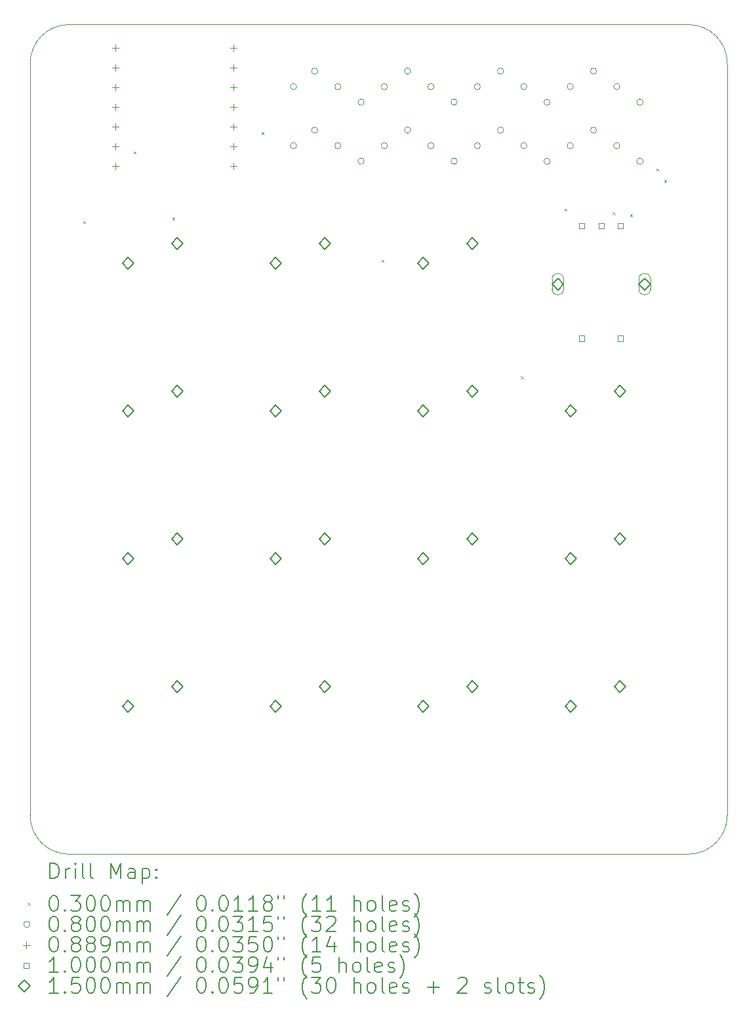
<source format=gbr>
%TF.GenerationSoftware,KiCad,Pcbnew,8.0.8*%
%TF.CreationDate,2025-02-12T11:09:37-05:00*%
%TF.ProjectId,hackpad,6861636b-7061-4642-9e6b-696361645f70,rev?*%
%TF.SameCoordinates,Original*%
%TF.FileFunction,Drillmap*%
%TF.FilePolarity,Positive*%
%FSLAX45Y45*%
G04 Gerber Fmt 4.5, Leading zero omitted, Abs format (unit mm)*
G04 Created by KiCad (PCBNEW 8.0.8) date 2025-02-12 11:09:37*
%MOMM*%
%LPD*%
G01*
G04 APERTURE LIST*
%ADD10C,0.050000*%
%ADD11C,0.200000*%
%ADD12C,0.100000*%
%ADD13C,0.150000*%
G04 APERTURE END LIST*
D10*
X4500000Y-13700000D02*
X12500000Y-13700000D01*
X12500000Y-3000000D02*
X4500000Y-3000000D01*
X13000000Y-13200000D02*
G75*
G02*
X12500000Y-13700000I-500000J0D01*
G01*
X13000000Y-13200000D02*
X13000000Y-3550000D01*
X12500000Y-3000000D02*
G75*
G02*
X13000000Y-3500000I0J-500000D01*
G01*
X13000000Y-3550000D02*
X13000000Y-3500000D01*
X4500000Y-13700000D02*
G75*
G02*
X4000000Y-13200000I0J500000D01*
G01*
X4000000Y-3500000D02*
X4000000Y-13200000D01*
X4000000Y-3500000D02*
G75*
G02*
X4500000Y-3000000I500000J0D01*
G01*
D11*
D12*
X4685000Y-5535000D02*
X4715000Y-5565000D01*
X4715000Y-5535000D02*
X4685000Y-5565000D01*
X5335000Y-4635000D02*
X5365000Y-4665000D01*
X5365000Y-4635000D02*
X5335000Y-4665000D01*
X5835000Y-5485000D02*
X5865000Y-5515000D01*
X5865000Y-5485000D02*
X5835000Y-5515000D01*
X6985000Y-4385000D02*
X7015000Y-4415000D01*
X7015000Y-4385000D02*
X6985000Y-4415000D01*
X8535000Y-6035000D02*
X8565000Y-6065000D01*
X8565000Y-6035000D02*
X8535000Y-6065000D01*
X10335000Y-7535000D02*
X10365000Y-7565000D01*
X10365000Y-7535000D02*
X10335000Y-7565000D01*
X10897750Y-5372250D02*
X10927750Y-5402250D01*
X10927750Y-5372250D02*
X10897750Y-5402250D01*
X11520125Y-5420125D02*
X11550125Y-5450125D01*
X11550125Y-5420125D02*
X11520125Y-5450125D01*
X11745125Y-5445125D02*
X11775125Y-5475125D01*
X11775125Y-5445125D02*
X11745125Y-5475125D01*
X12085000Y-4855250D02*
X12115000Y-4885250D01*
X12115000Y-4855250D02*
X12085000Y-4885250D01*
X12185000Y-5005250D02*
X12215000Y-5035250D01*
X12215000Y-5005250D02*
X12185000Y-5035250D01*
X7440000Y-3800000D02*
G75*
G02*
X7360000Y-3800000I-40000J0D01*
G01*
X7360000Y-3800000D02*
G75*
G02*
X7440000Y-3800000I40000J0D01*
G01*
X7440000Y-4562000D02*
G75*
G02*
X7360000Y-4562000I-40000J0D01*
G01*
X7360000Y-4562000D02*
G75*
G02*
X7440000Y-4562000I40000J0D01*
G01*
X7713125Y-3600000D02*
G75*
G02*
X7633125Y-3600000I-40000J0D01*
G01*
X7633125Y-3600000D02*
G75*
G02*
X7713125Y-3600000I40000J0D01*
G01*
X7713125Y-4362000D02*
G75*
G02*
X7633125Y-4362000I-40000J0D01*
G01*
X7633125Y-4362000D02*
G75*
G02*
X7713125Y-4362000I40000J0D01*
G01*
X8013125Y-3800000D02*
G75*
G02*
X7933125Y-3800000I-40000J0D01*
G01*
X7933125Y-3800000D02*
G75*
G02*
X8013125Y-3800000I40000J0D01*
G01*
X8013125Y-4562000D02*
G75*
G02*
X7933125Y-4562000I-40000J0D01*
G01*
X7933125Y-4562000D02*
G75*
G02*
X8013125Y-4562000I40000J0D01*
G01*
X8313125Y-4000000D02*
G75*
G02*
X8233125Y-4000000I-40000J0D01*
G01*
X8233125Y-4000000D02*
G75*
G02*
X8313125Y-4000000I40000J0D01*
G01*
X8313125Y-4762000D02*
G75*
G02*
X8233125Y-4762000I-40000J0D01*
G01*
X8233125Y-4762000D02*
G75*
G02*
X8313125Y-4762000I40000J0D01*
G01*
X8613125Y-3800000D02*
G75*
G02*
X8533125Y-3800000I-40000J0D01*
G01*
X8533125Y-3800000D02*
G75*
G02*
X8613125Y-3800000I40000J0D01*
G01*
X8613125Y-4562000D02*
G75*
G02*
X8533125Y-4562000I-40000J0D01*
G01*
X8533125Y-4562000D02*
G75*
G02*
X8613125Y-4562000I40000J0D01*
G01*
X8913125Y-3600000D02*
G75*
G02*
X8833125Y-3600000I-40000J0D01*
G01*
X8833125Y-3600000D02*
G75*
G02*
X8913125Y-3600000I40000J0D01*
G01*
X8913125Y-4362000D02*
G75*
G02*
X8833125Y-4362000I-40000J0D01*
G01*
X8833125Y-4362000D02*
G75*
G02*
X8913125Y-4362000I40000J0D01*
G01*
X9213125Y-3800000D02*
G75*
G02*
X9133125Y-3800000I-40000J0D01*
G01*
X9133125Y-3800000D02*
G75*
G02*
X9213125Y-3800000I40000J0D01*
G01*
X9213125Y-4562000D02*
G75*
G02*
X9133125Y-4562000I-40000J0D01*
G01*
X9133125Y-4562000D02*
G75*
G02*
X9213125Y-4562000I40000J0D01*
G01*
X9513125Y-4000000D02*
G75*
G02*
X9433125Y-4000000I-40000J0D01*
G01*
X9433125Y-4000000D02*
G75*
G02*
X9513125Y-4000000I40000J0D01*
G01*
X9513125Y-4762000D02*
G75*
G02*
X9433125Y-4762000I-40000J0D01*
G01*
X9433125Y-4762000D02*
G75*
G02*
X9513125Y-4762000I40000J0D01*
G01*
X9813125Y-3800000D02*
G75*
G02*
X9733125Y-3800000I-40000J0D01*
G01*
X9733125Y-3800000D02*
G75*
G02*
X9813125Y-3800000I40000J0D01*
G01*
X9813125Y-4562000D02*
G75*
G02*
X9733125Y-4562000I-40000J0D01*
G01*
X9733125Y-4562000D02*
G75*
G02*
X9813125Y-4562000I40000J0D01*
G01*
X10113125Y-3600000D02*
G75*
G02*
X10033125Y-3600000I-40000J0D01*
G01*
X10033125Y-3600000D02*
G75*
G02*
X10113125Y-3600000I40000J0D01*
G01*
X10113125Y-4362000D02*
G75*
G02*
X10033125Y-4362000I-40000J0D01*
G01*
X10033125Y-4362000D02*
G75*
G02*
X10113125Y-4362000I40000J0D01*
G01*
X10413125Y-3800000D02*
G75*
G02*
X10333125Y-3800000I-40000J0D01*
G01*
X10333125Y-3800000D02*
G75*
G02*
X10413125Y-3800000I40000J0D01*
G01*
X10413125Y-4562000D02*
G75*
G02*
X10333125Y-4562000I-40000J0D01*
G01*
X10333125Y-4562000D02*
G75*
G02*
X10413125Y-4562000I40000J0D01*
G01*
X10713125Y-4000000D02*
G75*
G02*
X10633125Y-4000000I-40000J0D01*
G01*
X10633125Y-4000000D02*
G75*
G02*
X10713125Y-4000000I40000J0D01*
G01*
X10713125Y-4762000D02*
G75*
G02*
X10633125Y-4762000I-40000J0D01*
G01*
X10633125Y-4762000D02*
G75*
G02*
X10713125Y-4762000I40000J0D01*
G01*
X11013125Y-3800000D02*
G75*
G02*
X10933125Y-3800000I-40000J0D01*
G01*
X10933125Y-3800000D02*
G75*
G02*
X11013125Y-3800000I40000J0D01*
G01*
X11013125Y-4562000D02*
G75*
G02*
X10933125Y-4562000I-40000J0D01*
G01*
X10933125Y-4562000D02*
G75*
G02*
X11013125Y-4562000I40000J0D01*
G01*
X11313125Y-3600000D02*
G75*
G02*
X11233125Y-3600000I-40000J0D01*
G01*
X11233125Y-3600000D02*
G75*
G02*
X11313125Y-3600000I40000J0D01*
G01*
X11313125Y-4362000D02*
G75*
G02*
X11233125Y-4362000I-40000J0D01*
G01*
X11233125Y-4362000D02*
G75*
G02*
X11313125Y-4362000I40000J0D01*
G01*
X11613125Y-3800000D02*
G75*
G02*
X11533125Y-3800000I-40000J0D01*
G01*
X11533125Y-3800000D02*
G75*
G02*
X11613125Y-3800000I40000J0D01*
G01*
X11613125Y-4562000D02*
G75*
G02*
X11533125Y-4562000I-40000J0D01*
G01*
X11533125Y-4562000D02*
G75*
G02*
X11613125Y-4562000I40000J0D01*
G01*
X11913125Y-4000000D02*
G75*
G02*
X11833125Y-4000000I-40000J0D01*
G01*
X11833125Y-4000000D02*
G75*
G02*
X11913125Y-4000000I40000J0D01*
G01*
X11913125Y-4762000D02*
G75*
G02*
X11833125Y-4762000I-40000J0D01*
G01*
X11833125Y-4762000D02*
G75*
G02*
X11913125Y-4762000I40000J0D01*
G01*
X5100000Y-3255550D02*
X5100000Y-3344450D01*
X5055550Y-3300000D02*
X5144450Y-3300000D01*
X5100000Y-3509550D02*
X5100000Y-3598450D01*
X5055550Y-3554000D02*
X5144450Y-3554000D01*
X5100000Y-3763550D02*
X5100000Y-3852450D01*
X5055550Y-3808000D02*
X5144450Y-3808000D01*
X5100000Y-4017550D02*
X5100000Y-4106450D01*
X5055550Y-4062000D02*
X5144450Y-4062000D01*
X5100000Y-4271550D02*
X5100000Y-4360450D01*
X5055550Y-4316000D02*
X5144450Y-4316000D01*
X5100000Y-4525550D02*
X5100000Y-4614450D01*
X5055550Y-4570000D02*
X5144450Y-4570000D01*
X5100000Y-4779550D02*
X5100000Y-4868450D01*
X5055550Y-4824000D02*
X5144450Y-4824000D01*
X6624000Y-3255550D02*
X6624000Y-3344450D01*
X6579550Y-3300000D02*
X6668450Y-3300000D01*
X6624000Y-3509550D02*
X6624000Y-3598450D01*
X6579550Y-3554000D02*
X6668450Y-3554000D01*
X6624000Y-3763550D02*
X6624000Y-3852450D01*
X6579550Y-3808000D02*
X6668450Y-3808000D01*
X6624000Y-4017550D02*
X6624000Y-4106450D01*
X6579550Y-4062000D02*
X6668450Y-4062000D01*
X6624000Y-4271550D02*
X6624000Y-4360450D01*
X6579550Y-4316000D02*
X6668450Y-4316000D01*
X6624000Y-4525550D02*
X6624000Y-4614450D01*
X6579550Y-4570000D02*
X6668450Y-4570000D01*
X6624000Y-4779550D02*
X6624000Y-4868450D01*
X6579550Y-4824000D02*
X6668450Y-4824000D01*
X11158231Y-5632731D02*
X11158231Y-5562019D01*
X11087519Y-5562019D01*
X11087519Y-5632731D01*
X11158231Y-5632731D01*
X11158231Y-7082731D02*
X11158231Y-7012019D01*
X11087519Y-7012019D01*
X11087519Y-7082731D01*
X11158231Y-7082731D01*
X11408231Y-5632731D02*
X11408231Y-5562019D01*
X11337519Y-5562019D01*
X11337519Y-5632731D01*
X11408231Y-5632731D01*
X11658231Y-5632731D02*
X11658231Y-5562019D01*
X11587519Y-5562019D01*
X11587519Y-5632731D01*
X11658231Y-5632731D01*
X11658231Y-7082731D02*
X11658231Y-7012019D01*
X11587519Y-7012019D01*
X11587519Y-7082731D01*
X11658231Y-7082731D01*
D13*
X5265000Y-6154000D02*
X5340000Y-6079000D01*
X5265000Y-6004000D01*
X5190000Y-6079000D01*
X5265000Y-6154000D01*
X5265000Y-8059000D02*
X5340000Y-7984000D01*
X5265000Y-7909000D01*
X5190000Y-7984000D01*
X5265000Y-8059000D01*
X5265000Y-9964000D02*
X5340000Y-9889000D01*
X5265000Y-9814000D01*
X5190000Y-9889000D01*
X5265000Y-9964000D01*
X5265000Y-11869000D02*
X5340000Y-11794000D01*
X5265000Y-11719000D01*
X5190000Y-11794000D01*
X5265000Y-11869000D01*
X5900000Y-5900000D02*
X5975000Y-5825000D01*
X5900000Y-5750000D01*
X5825000Y-5825000D01*
X5900000Y-5900000D01*
X5900000Y-7805000D02*
X5975000Y-7730000D01*
X5900000Y-7655000D01*
X5825000Y-7730000D01*
X5900000Y-7805000D01*
X5900000Y-9710000D02*
X5975000Y-9635000D01*
X5900000Y-9560000D01*
X5825000Y-9635000D01*
X5900000Y-9710000D01*
X5900000Y-11615000D02*
X5975000Y-11540000D01*
X5900000Y-11465000D01*
X5825000Y-11540000D01*
X5900000Y-11615000D01*
X7170000Y-6154000D02*
X7245000Y-6079000D01*
X7170000Y-6004000D01*
X7095000Y-6079000D01*
X7170000Y-6154000D01*
X7170000Y-8059000D02*
X7245000Y-7984000D01*
X7170000Y-7909000D01*
X7095000Y-7984000D01*
X7170000Y-8059000D01*
X7170000Y-9964000D02*
X7245000Y-9889000D01*
X7170000Y-9814000D01*
X7095000Y-9889000D01*
X7170000Y-9964000D01*
X7170000Y-11869000D02*
X7245000Y-11794000D01*
X7170000Y-11719000D01*
X7095000Y-11794000D01*
X7170000Y-11869000D01*
X7805000Y-5900000D02*
X7880000Y-5825000D01*
X7805000Y-5750000D01*
X7730000Y-5825000D01*
X7805000Y-5900000D01*
X7805000Y-7805000D02*
X7880000Y-7730000D01*
X7805000Y-7655000D01*
X7730000Y-7730000D01*
X7805000Y-7805000D01*
X7805000Y-9710000D02*
X7880000Y-9635000D01*
X7805000Y-9560000D01*
X7730000Y-9635000D01*
X7805000Y-9710000D01*
X7805000Y-11615000D02*
X7880000Y-11540000D01*
X7805000Y-11465000D01*
X7730000Y-11540000D01*
X7805000Y-11615000D01*
X9075000Y-6154000D02*
X9150000Y-6079000D01*
X9075000Y-6004000D01*
X9000000Y-6079000D01*
X9075000Y-6154000D01*
X9075000Y-8059000D02*
X9150000Y-7984000D01*
X9075000Y-7909000D01*
X9000000Y-7984000D01*
X9075000Y-8059000D01*
X9075000Y-9964000D02*
X9150000Y-9889000D01*
X9075000Y-9814000D01*
X9000000Y-9889000D01*
X9075000Y-9964000D01*
X9075000Y-11869000D02*
X9150000Y-11794000D01*
X9075000Y-11719000D01*
X9000000Y-11794000D01*
X9075000Y-11869000D01*
X9710000Y-5900000D02*
X9785000Y-5825000D01*
X9710000Y-5750000D01*
X9635000Y-5825000D01*
X9710000Y-5900000D01*
X9710000Y-7805000D02*
X9785000Y-7730000D01*
X9710000Y-7655000D01*
X9635000Y-7730000D01*
X9710000Y-7805000D01*
X9710000Y-9710000D02*
X9785000Y-9635000D01*
X9710000Y-9560000D01*
X9635000Y-9635000D01*
X9710000Y-9710000D01*
X9710000Y-11615000D02*
X9785000Y-11540000D01*
X9710000Y-11465000D01*
X9635000Y-11540000D01*
X9710000Y-11615000D01*
X10812875Y-6422375D02*
X10887875Y-6347375D01*
X10812875Y-6272375D01*
X10737875Y-6347375D01*
X10812875Y-6422375D01*
D12*
X10737875Y-6282375D02*
X10737875Y-6412375D01*
X10887875Y-6412375D02*
G75*
G02*
X10737875Y-6412375I-75000J0D01*
G01*
X10887875Y-6412375D02*
X10887875Y-6282375D01*
X10887875Y-6282375D02*
G75*
G03*
X10737875Y-6282375I-75000J0D01*
G01*
D13*
X10980000Y-8059000D02*
X11055000Y-7984000D01*
X10980000Y-7909000D01*
X10905000Y-7984000D01*
X10980000Y-8059000D01*
X10980000Y-9964000D02*
X11055000Y-9889000D01*
X10980000Y-9814000D01*
X10905000Y-9889000D01*
X10980000Y-9964000D01*
X10980000Y-11869000D02*
X11055000Y-11794000D01*
X10980000Y-11719000D01*
X10905000Y-11794000D01*
X10980000Y-11869000D01*
X11615000Y-7805000D02*
X11690000Y-7730000D01*
X11615000Y-7655000D01*
X11540000Y-7730000D01*
X11615000Y-7805000D01*
X11615000Y-9710000D02*
X11690000Y-9635000D01*
X11615000Y-9560000D01*
X11540000Y-9635000D01*
X11615000Y-9710000D01*
X11615000Y-11615000D02*
X11690000Y-11540000D01*
X11615000Y-11465000D01*
X11540000Y-11540000D01*
X11615000Y-11615000D01*
X11932875Y-6422375D02*
X12007875Y-6347375D01*
X11932875Y-6272375D01*
X11857875Y-6347375D01*
X11932875Y-6422375D01*
D12*
X11857875Y-6282375D02*
X11857875Y-6412375D01*
X12007875Y-6412375D02*
G75*
G02*
X11857875Y-6412375I-75000J0D01*
G01*
X12007875Y-6412375D02*
X12007875Y-6282375D01*
X12007875Y-6282375D02*
G75*
G03*
X11857875Y-6282375I-75000J0D01*
G01*
D11*
X4258277Y-14013984D02*
X4258277Y-13813984D01*
X4258277Y-13813984D02*
X4305896Y-13813984D01*
X4305896Y-13813984D02*
X4334467Y-13823508D01*
X4334467Y-13823508D02*
X4353515Y-13842555D01*
X4353515Y-13842555D02*
X4363039Y-13861603D01*
X4363039Y-13861603D02*
X4372563Y-13899698D01*
X4372563Y-13899698D02*
X4372563Y-13928269D01*
X4372563Y-13928269D02*
X4363039Y-13966365D01*
X4363039Y-13966365D02*
X4353515Y-13985412D01*
X4353515Y-13985412D02*
X4334467Y-14004460D01*
X4334467Y-14004460D02*
X4305896Y-14013984D01*
X4305896Y-14013984D02*
X4258277Y-14013984D01*
X4458277Y-14013984D02*
X4458277Y-13880650D01*
X4458277Y-13918746D02*
X4467801Y-13899698D01*
X4467801Y-13899698D02*
X4477324Y-13890174D01*
X4477324Y-13890174D02*
X4496372Y-13880650D01*
X4496372Y-13880650D02*
X4515420Y-13880650D01*
X4582086Y-14013984D02*
X4582086Y-13880650D01*
X4582086Y-13813984D02*
X4572563Y-13823508D01*
X4572563Y-13823508D02*
X4582086Y-13833031D01*
X4582086Y-13833031D02*
X4591610Y-13823508D01*
X4591610Y-13823508D02*
X4582086Y-13813984D01*
X4582086Y-13813984D02*
X4582086Y-13833031D01*
X4705896Y-14013984D02*
X4686848Y-14004460D01*
X4686848Y-14004460D02*
X4677324Y-13985412D01*
X4677324Y-13985412D02*
X4677324Y-13813984D01*
X4810658Y-14013984D02*
X4791610Y-14004460D01*
X4791610Y-14004460D02*
X4782086Y-13985412D01*
X4782086Y-13985412D02*
X4782086Y-13813984D01*
X5039229Y-14013984D02*
X5039229Y-13813984D01*
X5039229Y-13813984D02*
X5105896Y-13956841D01*
X5105896Y-13956841D02*
X5172563Y-13813984D01*
X5172563Y-13813984D02*
X5172563Y-14013984D01*
X5353515Y-14013984D02*
X5353515Y-13909222D01*
X5353515Y-13909222D02*
X5343991Y-13890174D01*
X5343991Y-13890174D02*
X5324944Y-13880650D01*
X5324944Y-13880650D02*
X5286848Y-13880650D01*
X5286848Y-13880650D02*
X5267801Y-13890174D01*
X5353515Y-14004460D02*
X5334467Y-14013984D01*
X5334467Y-14013984D02*
X5286848Y-14013984D01*
X5286848Y-14013984D02*
X5267801Y-14004460D01*
X5267801Y-14004460D02*
X5258277Y-13985412D01*
X5258277Y-13985412D02*
X5258277Y-13966365D01*
X5258277Y-13966365D02*
X5267801Y-13947317D01*
X5267801Y-13947317D02*
X5286848Y-13937793D01*
X5286848Y-13937793D02*
X5334467Y-13937793D01*
X5334467Y-13937793D02*
X5353515Y-13928269D01*
X5448753Y-13880650D02*
X5448753Y-14080650D01*
X5448753Y-13890174D02*
X5467801Y-13880650D01*
X5467801Y-13880650D02*
X5505896Y-13880650D01*
X5505896Y-13880650D02*
X5524944Y-13890174D01*
X5524944Y-13890174D02*
X5534467Y-13899698D01*
X5534467Y-13899698D02*
X5543991Y-13918746D01*
X5543991Y-13918746D02*
X5543991Y-13975888D01*
X5543991Y-13975888D02*
X5534467Y-13994936D01*
X5534467Y-13994936D02*
X5524944Y-14004460D01*
X5524944Y-14004460D02*
X5505896Y-14013984D01*
X5505896Y-14013984D02*
X5467801Y-14013984D01*
X5467801Y-14013984D02*
X5448753Y-14004460D01*
X5629705Y-13994936D02*
X5639229Y-14004460D01*
X5639229Y-14004460D02*
X5629705Y-14013984D01*
X5629705Y-14013984D02*
X5620182Y-14004460D01*
X5620182Y-14004460D02*
X5629705Y-13994936D01*
X5629705Y-13994936D02*
X5629705Y-14013984D01*
X5629705Y-13890174D02*
X5639229Y-13899698D01*
X5639229Y-13899698D02*
X5629705Y-13909222D01*
X5629705Y-13909222D02*
X5620182Y-13899698D01*
X5620182Y-13899698D02*
X5629705Y-13890174D01*
X5629705Y-13890174D02*
X5629705Y-13909222D01*
D12*
X3967500Y-14327500D02*
X3997500Y-14357500D01*
X3997500Y-14327500D02*
X3967500Y-14357500D01*
D11*
X4296372Y-14233984D02*
X4315420Y-14233984D01*
X4315420Y-14233984D02*
X4334467Y-14243508D01*
X4334467Y-14243508D02*
X4343991Y-14253031D01*
X4343991Y-14253031D02*
X4353515Y-14272079D01*
X4353515Y-14272079D02*
X4363039Y-14310174D01*
X4363039Y-14310174D02*
X4363039Y-14357793D01*
X4363039Y-14357793D02*
X4353515Y-14395888D01*
X4353515Y-14395888D02*
X4343991Y-14414936D01*
X4343991Y-14414936D02*
X4334467Y-14424460D01*
X4334467Y-14424460D02*
X4315420Y-14433984D01*
X4315420Y-14433984D02*
X4296372Y-14433984D01*
X4296372Y-14433984D02*
X4277324Y-14424460D01*
X4277324Y-14424460D02*
X4267801Y-14414936D01*
X4267801Y-14414936D02*
X4258277Y-14395888D01*
X4258277Y-14395888D02*
X4248753Y-14357793D01*
X4248753Y-14357793D02*
X4248753Y-14310174D01*
X4248753Y-14310174D02*
X4258277Y-14272079D01*
X4258277Y-14272079D02*
X4267801Y-14253031D01*
X4267801Y-14253031D02*
X4277324Y-14243508D01*
X4277324Y-14243508D02*
X4296372Y-14233984D01*
X4448753Y-14414936D02*
X4458277Y-14424460D01*
X4458277Y-14424460D02*
X4448753Y-14433984D01*
X4448753Y-14433984D02*
X4439229Y-14424460D01*
X4439229Y-14424460D02*
X4448753Y-14414936D01*
X4448753Y-14414936D02*
X4448753Y-14433984D01*
X4524944Y-14233984D02*
X4648753Y-14233984D01*
X4648753Y-14233984D02*
X4582086Y-14310174D01*
X4582086Y-14310174D02*
X4610658Y-14310174D01*
X4610658Y-14310174D02*
X4629705Y-14319698D01*
X4629705Y-14319698D02*
X4639229Y-14329222D01*
X4639229Y-14329222D02*
X4648753Y-14348269D01*
X4648753Y-14348269D02*
X4648753Y-14395888D01*
X4648753Y-14395888D02*
X4639229Y-14414936D01*
X4639229Y-14414936D02*
X4629705Y-14424460D01*
X4629705Y-14424460D02*
X4610658Y-14433984D01*
X4610658Y-14433984D02*
X4553515Y-14433984D01*
X4553515Y-14433984D02*
X4534467Y-14424460D01*
X4534467Y-14424460D02*
X4524944Y-14414936D01*
X4772563Y-14233984D02*
X4791610Y-14233984D01*
X4791610Y-14233984D02*
X4810658Y-14243508D01*
X4810658Y-14243508D02*
X4820182Y-14253031D01*
X4820182Y-14253031D02*
X4829705Y-14272079D01*
X4829705Y-14272079D02*
X4839229Y-14310174D01*
X4839229Y-14310174D02*
X4839229Y-14357793D01*
X4839229Y-14357793D02*
X4829705Y-14395888D01*
X4829705Y-14395888D02*
X4820182Y-14414936D01*
X4820182Y-14414936D02*
X4810658Y-14424460D01*
X4810658Y-14424460D02*
X4791610Y-14433984D01*
X4791610Y-14433984D02*
X4772563Y-14433984D01*
X4772563Y-14433984D02*
X4753515Y-14424460D01*
X4753515Y-14424460D02*
X4743991Y-14414936D01*
X4743991Y-14414936D02*
X4734467Y-14395888D01*
X4734467Y-14395888D02*
X4724944Y-14357793D01*
X4724944Y-14357793D02*
X4724944Y-14310174D01*
X4724944Y-14310174D02*
X4734467Y-14272079D01*
X4734467Y-14272079D02*
X4743991Y-14253031D01*
X4743991Y-14253031D02*
X4753515Y-14243508D01*
X4753515Y-14243508D02*
X4772563Y-14233984D01*
X4963039Y-14233984D02*
X4982086Y-14233984D01*
X4982086Y-14233984D02*
X5001134Y-14243508D01*
X5001134Y-14243508D02*
X5010658Y-14253031D01*
X5010658Y-14253031D02*
X5020182Y-14272079D01*
X5020182Y-14272079D02*
X5029705Y-14310174D01*
X5029705Y-14310174D02*
X5029705Y-14357793D01*
X5029705Y-14357793D02*
X5020182Y-14395888D01*
X5020182Y-14395888D02*
X5010658Y-14414936D01*
X5010658Y-14414936D02*
X5001134Y-14424460D01*
X5001134Y-14424460D02*
X4982086Y-14433984D01*
X4982086Y-14433984D02*
X4963039Y-14433984D01*
X4963039Y-14433984D02*
X4943991Y-14424460D01*
X4943991Y-14424460D02*
X4934467Y-14414936D01*
X4934467Y-14414936D02*
X4924944Y-14395888D01*
X4924944Y-14395888D02*
X4915420Y-14357793D01*
X4915420Y-14357793D02*
X4915420Y-14310174D01*
X4915420Y-14310174D02*
X4924944Y-14272079D01*
X4924944Y-14272079D02*
X4934467Y-14253031D01*
X4934467Y-14253031D02*
X4943991Y-14243508D01*
X4943991Y-14243508D02*
X4963039Y-14233984D01*
X5115420Y-14433984D02*
X5115420Y-14300650D01*
X5115420Y-14319698D02*
X5124944Y-14310174D01*
X5124944Y-14310174D02*
X5143991Y-14300650D01*
X5143991Y-14300650D02*
X5172563Y-14300650D01*
X5172563Y-14300650D02*
X5191610Y-14310174D01*
X5191610Y-14310174D02*
X5201134Y-14329222D01*
X5201134Y-14329222D02*
X5201134Y-14433984D01*
X5201134Y-14329222D02*
X5210658Y-14310174D01*
X5210658Y-14310174D02*
X5229705Y-14300650D01*
X5229705Y-14300650D02*
X5258277Y-14300650D01*
X5258277Y-14300650D02*
X5277325Y-14310174D01*
X5277325Y-14310174D02*
X5286848Y-14329222D01*
X5286848Y-14329222D02*
X5286848Y-14433984D01*
X5382086Y-14433984D02*
X5382086Y-14300650D01*
X5382086Y-14319698D02*
X5391610Y-14310174D01*
X5391610Y-14310174D02*
X5410658Y-14300650D01*
X5410658Y-14300650D02*
X5439229Y-14300650D01*
X5439229Y-14300650D02*
X5458277Y-14310174D01*
X5458277Y-14310174D02*
X5467801Y-14329222D01*
X5467801Y-14329222D02*
X5467801Y-14433984D01*
X5467801Y-14329222D02*
X5477325Y-14310174D01*
X5477325Y-14310174D02*
X5496372Y-14300650D01*
X5496372Y-14300650D02*
X5524944Y-14300650D01*
X5524944Y-14300650D02*
X5543991Y-14310174D01*
X5543991Y-14310174D02*
X5553515Y-14329222D01*
X5553515Y-14329222D02*
X5553515Y-14433984D01*
X5943991Y-14224460D02*
X5772563Y-14481603D01*
X6201134Y-14233984D02*
X6220182Y-14233984D01*
X6220182Y-14233984D02*
X6239229Y-14243508D01*
X6239229Y-14243508D02*
X6248753Y-14253031D01*
X6248753Y-14253031D02*
X6258277Y-14272079D01*
X6258277Y-14272079D02*
X6267801Y-14310174D01*
X6267801Y-14310174D02*
X6267801Y-14357793D01*
X6267801Y-14357793D02*
X6258277Y-14395888D01*
X6258277Y-14395888D02*
X6248753Y-14414936D01*
X6248753Y-14414936D02*
X6239229Y-14424460D01*
X6239229Y-14424460D02*
X6220182Y-14433984D01*
X6220182Y-14433984D02*
X6201134Y-14433984D01*
X6201134Y-14433984D02*
X6182086Y-14424460D01*
X6182086Y-14424460D02*
X6172563Y-14414936D01*
X6172563Y-14414936D02*
X6163039Y-14395888D01*
X6163039Y-14395888D02*
X6153515Y-14357793D01*
X6153515Y-14357793D02*
X6153515Y-14310174D01*
X6153515Y-14310174D02*
X6163039Y-14272079D01*
X6163039Y-14272079D02*
X6172563Y-14253031D01*
X6172563Y-14253031D02*
X6182086Y-14243508D01*
X6182086Y-14243508D02*
X6201134Y-14233984D01*
X6353515Y-14414936D02*
X6363039Y-14424460D01*
X6363039Y-14424460D02*
X6353515Y-14433984D01*
X6353515Y-14433984D02*
X6343991Y-14424460D01*
X6343991Y-14424460D02*
X6353515Y-14414936D01*
X6353515Y-14414936D02*
X6353515Y-14433984D01*
X6486848Y-14233984D02*
X6505896Y-14233984D01*
X6505896Y-14233984D02*
X6524944Y-14243508D01*
X6524944Y-14243508D02*
X6534467Y-14253031D01*
X6534467Y-14253031D02*
X6543991Y-14272079D01*
X6543991Y-14272079D02*
X6553515Y-14310174D01*
X6553515Y-14310174D02*
X6553515Y-14357793D01*
X6553515Y-14357793D02*
X6543991Y-14395888D01*
X6543991Y-14395888D02*
X6534467Y-14414936D01*
X6534467Y-14414936D02*
X6524944Y-14424460D01*
X6524944Y-14424460D02*
X6505896Y-14433984D01*
X6505896Y-14433984D02*
X6486848Y-14433984D01*
X6486848Y-14433984D02*
X6467801Y-14424460D01*
X6467801Y-14424460D02*
X6458277Y-14414936D01*
X6458277Y-14414936D02*
X6448753Y-14395888D01*
X6448753Y-14395888D02*
X6439229Y-14357793D01*
X6439229Y-14357793D02*
X6439229Y-14310174D01*
X6439229Y-14310174D02*
X6448753Y-14272079D01*
X6448753Y-14272079D02*
X6458277Y-14253031D01*
X6458277Y-14253031D02*
X6467801Y-14243508D01*
X6467801Y-14243508D02*
X6486848Y-14233984D01*
X6743991Y-14433984D02*
X6629706Y-14433984D01*
X6686848Y-14433984D02*
X6686848Y-14233984D01*
X6686848Y-14233984D02*
X6667801Y-14262555D01*
X6667801Y-14262555D02*
X6648753Y-14281603D01*
X6648753Y-14281603D02*
X6629706Y-14291127D01*
X6934467Y-14433984D02*
X6820182Y-14433984D01*
X6877325Y-14433984D02*
X6877325Y-14233984D01*
X6877325Y-14233984D02*
X6858277Y-14262555D01*
X6858277Y-14262555D02*
X6839229Y-14281603D01*
X6839229Y-14281603D02*
X6820182Y-14291127D01*
X7048753Y-14319698D02*
X7029706Y-14310174D01*
X7029706Y-14310174D02*
X7020182Y-14300650D01*
X7020182Y-14300650D02*
X7010658Y-14281603D01*
X7010658Y-14281603D02*
X7010658Y-14272079D01*
X7010658Y-14272079D02*
X7020182Y-14253031D01*
X7020182Y-14253031D02*
X7029706Y-14243508D01*
X7029706Y-14243508D02*
X7048753Y-14233984D01*
X7048753Y-14233984D02*
X7086848Y-14233984D01*
X7086848Y-14233984D02*
X7105896Y-14243508D01*
X7105896Y-14243508D02*
X7115420Y-14253031D01*
X7115420Y-14253031D02*
X7124944Y-14272079D01*
X7124944Y-14272079D02*
X7124944Y-14281603D01*
X7124944Y-14281603D02*
X7115420Y-14300650D01*
X7115420Y-14300650D02*
X7105896Y-14310174D01*
X7105896Y-14310174D02*
X7086848Y-14319698D01*
X7086848Y-14319698D02*
X7048753Y-14319698D01*
X7048753Y-14319698D02*
X7029706Y-14329222D01*
X7029706Y-14329222D02*
X7020182Y-14338746D01*
X7020182Y-14338746D02*
X7010658Y-14357793D01*
X7010658Y-14357793D02*
X7010658Y-14395888D01*
X7010658Y-14395888D02*
X7020182Y-14414936D01*
X7020182Y-14414936D02*
X7029706Y-14424460D01*
X7029706Y-14424460D02*
X7048753Y-14433984D01*
X7048753Y-14433984D02*
X7086848Y-14433984D01*
X7086848Y-14433984D02*
X7105896Y-14424460D01*
X7105896Y-14424460D02*
X7115420Y-14414936D01*
X7115420Y-14414936D02*
X7124944Y-14395888D01*
X7124944Y-14395888D02*
X7124944Y-14357793D01*
X7124944Y-14357793D02*
X7115420Y-14338746D01*
X7115420Y-14338746D02*
X7105896Y-14329222D01*
X7105896Y-14329222D02*
X7086848Y-14319698D01*
X7201134Y-14233984D02*
X7201134Y-14272079D01*
X7277325Y-14233984D02*
X7277325Y-14272079D01*
X7572563Y-14510174D02*
X7563039Y-14500650D01*
X7563039Y-14500650D02*
X7543991Y-14472079D01*
X7543991Y-14472079D02*
X7534468Y-14453031D01*
X7534468Y-14453031D02*
X7524944Y-14424460D01*
X7524944Y-14424460D02*
X7515420Y-14376841D01*
X7515420Y-14376841D02*
X7515420Y-14338746D01*
X7515420Y-14338746D02*
X7524944Y-14291127D01*
X7524944Y-14291127D02*
X7534468Y-14262555D01*
X7534468Y-14262555D02*
X7543991Y-14243508D01*
X7543991Y-14243508D02*
X7563039Y-14214936D01*
X7563039Y-14214936D02*
X7572563Y-14205412D01*
X7753515Y-14433984D02*
X7639229Y-14433984D01*
X7696372Y-14433984D02*
X7696372Y-14233984D01*
X7696372Y-14233984D02*
X7677325Y-14262555D01*
X7677325Y-14262555D02*
X7658277Y-14281603D01*
X7658277Y-14281603D02*
X7639229Y-14291127D01*
X7943991Y-14433984D02*
X7829706Y-14433984D01*
X7886848Y-14433984D02*
X7886848Y-14233984D01*
X7886848Y-14233984D02*
X7867801Y-14262555D01*
X7867801Y-14262555D02*
X7848753Y-14281603D01*
X7848753Y-14281603D02*
X7829706Y-14291127D01*
X8182087Y-14433984D02*
X8182087Y-14233984D01*
X8267801Y-14433984D02*
X8267801Y-14329222D01*
X8267801Y-14329222D02*
X8258277Y-14310174D01*
X8258277Y-14310174D02*
X8239230Y-14300650D01*
X8239230Y-14300650D02*
X8210658Y-14300650D01*
X8210658Y-14300650D02*
X8191610Y-14310174D01*
X8191610Y-14310174D02*
X8182087Y-14319698D01*
X8391611Y-14433984D02*
X8372563Y-14424460D01*
X8372563Y-14424460D02*
X8363039Y-14414936D01*
X8363039Y-14414936D02*
X8353515Y-14395888D01*
X8353515Y-14395888D02*
X8353515Y-14338746D01*
X8353515Y-14338746D02*
X8363039Y-14319698D01*
X8363039Y-14319698D02*
X8372563Y-14310174D01*
X8372563Y-14310174D02*
X8391611Y-14300650D01*
X8391611Y-14300650D02*
X8420182Y-14300650D01*
X8420182Y-14300650D02*
X8439230Y-14310174D01*
X8439230Y-14310174D02*
X8448753Y-14319698D01*
X8448753Y-14319698D02*
X8458277Y-14338746D01*
X8458277Y-14338746D02*
X8458277Y-14395888D01*
X8458277Y-14395888D02*
X8448753Y-14414936D01*
X8448753Y-14414936D02*
X8439230Y-14424460D01*
X8439230Y-14424460D02*
X8420182Y-14433984D01*
X8420182Y-14433984D02*
X8391611Y-14433984D01*
X8572563Y-14433984D02*
X8553515Y-14424460D01*
X8553515Y-14424460D02*
X8543992Y-14405412D01*
X8543992Y-14405412D02*
X8543992Y-14233984D01*
X8724944Y-14424460D02*
X8705896Y-14433984D01*
X8705896Y-14433984D02*
X8667801Y-14433984D01*
X8667801Y-14433984D02*
X8648753Y-14424460D01*
X8648753Y-14424460D02*
X8639230Y-14405412D01*
X8639230Y-14405412D02*
X8639230Y-14329222D01*
X8639230Y-14329222D02*
X8648753Y-14310174D01*
X8648753Y-14310174D02*
X8667801Y-14300650D01*
X8667801Y-14300650D02*
X8705896Y-14300650D01*
X8705896Y-14300650D02*
X8724944Y-14310174D01*
X8724944Y-14310174D02*
X8734468Y-14329222D01*
X8734468Y-14329222D02*
X8734468Y-14348269D01*
X8734468Y-14348269D02*
X8639230Y-14367317D01*
X8810658Y-14424460D02*
X8829706Y-14433984D01*
X8829706Y-14433984D02*
X8867801Y-14433984D01*
X8867801Y-14433984D02*
X8886849Y-14424460D01*
X8886849Y-14424460D02*
X8896373Y-14405412D01*
X8896373Y-14405412D02*
X8896373Y-14395888D01*
X8896373Y-14395888D02*
X8886849Y-14376841D01*
X8886849Y-14376841D02*
X8867801Y-14367317D01*
X8867801Y-14367317D02*
X8839230Y-14367317D01*
X8839230Y-14367317D02*
X8820182Y-14357793D01*
X8820182Y-14357793D02*
X8810658Y-14338746D01*
X8810658Y-14338746D02*
X8810658Y-14329222D01*
X8810658Y-14329222D02*
X8820182Y-14310174D01*
X8820182Y-14310174D02*
X8839230Y-14300650D01*
X8839230Y-14300650D02*
X8867801Y-14300650D01*
X8867801Y-14300650D02*
X8886849Y-14310174D01*
X8963039Y-14510174D02*
X8972563Y-14500650D01*
X8972563Y-14500650D02*
X8991611Y-14472079D01*
X8991611Y-14472079D02*
X9001134Y-14453031D01*
X9001134Y-14453031D02*
X9010658Y-14424460D01*
X9010658Y-14424460D02*
X9020182Y-14376841D01*
X9020182Y-14376841D02*
X9020182Y-14338746D01*
X9020182Y-14338746D02*
X9010658Y-14291127D01*
X9010658Y-14291127D02*
X9001134Y-14262555D01*
X9001134Y-14262555D02*
X8991611Y-14243508D01*
X8991611Y-14243508D02*
X8972563Y-14214936D01*
X8972563Y-14214936D02*
X8963039Y-14205412D01*
D12*
X3997500Y-14606500D02*
G75*
G02*
X3917500Y-14606500I-40000J0D01*
G01*
X3917500Y-14606500D02*
G75*
G02*
X3997500Y-14606500I40000J0D01*
G01*
D11*
X4296372Y-14497984D02*
X4315420Y-14497984D01*
X4315420Y-14497984D02*
X4334467Y-14507508D01*
X4334467Y-14507508D02*
X4343991Y-14517031D01*
X4343991Y-14517031D02*
X4353515Y-14536079D01*
X4353515Y-14536079D02*
X4363039Y-14574174D01*
X4363039Y-14574174D02*
X4363039Y-14621793D01*
X4363039Y-14621793D02*
X4353515Y-14659888D01*
X4353515Y-14659888D02*
X4343991Y-14678936D01*
X4343991Y-14678936D02*
X4334467Y-14688460D01*
X4334467Y-14688460D02*
X4315420Y-14697984D01*
X4315420Y-14697984D02*
X4296372Y-14697984D01*
X4296372Y-14697984D02*
X4277324Y-14688460D01*
X4277324Y-14688460D02*
X4267801Y-14678936D01*
X4267801Y-14678936D02*
X4258277Y-14659888D01*
X4258277Y-14659888D02*
X4248753Y-14621793D01*
X4248753Y-14621793D02*
X4248753Y-14574174D01*
X4248753Y-14574174D02*
X4258277Y-14536079D01*
X4258277Y-14536079D02*
X4267801Y-14517031D01*
X4267801Y-14517031D02*
X4277324Y-14507508D01*
X4277324Y-14507508D02*
X4296372Y-14497984D01*
X4448753Y-14678936D02*
X4458277Y-14688460D01*
X4458277Y-14688460D02*
X4448753Y-14697984D01*
X4448753Y-14697984D02*
X4439229Y-14688460D01*
X4439229Y-14688460D02*
X4448753Y-14678936D01*
X4448753Y-14678936D02*
X4448753Y-14697984D01*
X4572563Y-14583698D02*
X4553515Y-14574174D01*
X4553515Y-14574174D02*
X4543991Y-14564650D01*
X4543991Y-14564650D02*
X4534467Y-14545603D01*
X4534467Y-14545603D02*
X4534467Y-14536079D01*
X4534467Y-14536079D02*
X4543991Y-14517031D01*
X4543991Y-14517031D02*
X4553515Y-14507508D01*
X4553515Y-14507508D02*
X4572563Y-14497984D01*
X4572563Y-14497984D02*
X4610658Y-14497984D01*
X4610658Y-14497984D02*
X4629705Y-14507508D01*
X4629705Y-14507508D02*
X4639229Y-14517031D01*
X4639229Y-14517031D02*
X4648753Y-14536079D01*
X4648753Y-14536079D02*
X4648753Y-14545603D01*
X4648753Y-14545603D02*
X4639229Y-14564650D01*
X4639229Y-14564650D02*
X4629705Y-14574174D01*
X4629705Y-14574174D02*
X4610658Y-14583698D01*
X4610658Y-14583698D02*
X4572563Y-14583698D01*
X4572563Y-14583698D02*
X4553515Y-14593222D01*
X4553515Y-14593222D02*
X4543991Y-14602746D01*
X4543991Y-14602746D02*
X4534467Y-14621793D01*
X4534467Y-14621793D02*
X4534467Y-14659888D01*
X4534467Y-14659888D02*
X4543991Y-14678936D01*
X4543991Y-14678936D02*
X4553515Y-14688460D01*
X4553515Y-14688460D02*
X4572563Y-14697984D01*
X4572563Y-14697984D02*
X4610658Y-14697984D01*
X4610658Y-14697984D02*
X4629705Y-14688460D01*
X4629705Y-14688460D02*
X4639229Y-14678936D01*
X4639229Y-14678936D02*
X4648753Y-14659888D01*
X4648753Y-14659888D02*
X4648753Y-14621793D01*
X4648753Y-14621793D02*
X4639229Y-14602746D01*
X4639229Y-14602746D02*
X4629705Y-14593222D01*
X4629705Y-14593222D02*
X4610658Y-14583698D01*
X4772563Y-14497984D02*
X4791610Y-14497984D01*
X4791610Y-14497984D02*
X4810658Y-14507508D01*
X4810658Y-14507508D02*
X4820182Y-14517031D01*
X4820182Y-14517031D02*
X4829705Y-14536079D01*
X4829705Y-14536079D02*
X4839229Y-14574174D01*
X4839229Y-14574174D02*
X4839229Y-14621793D01*
X4839229Y-14621793D02*
X4829705Y-14659888D01*
X4829705Y-14659888D02*
X4820182Y-14678936D01*
X4820182Y-14678936D02*
X4810658Y-14688460D01*
X4810658Y-14688460D02*
X4791610Y-14697984D01*
X4791610Y-14697984D02*
X4772563Y-14697984D01*
X4772563Y-14697984D02*
X4753515Y-14688460D01*
X4753515Y-14688460D02*
X4743991Y-14678936D01*
X4743991Y-14678936D02*
X4734467Y-14659888D01*
X4734467Y-14659888D02*
X4724944Y-14621793D01*
X4724944Y-14621793D02*
X4724944Y-14574174D01*
X4724944Y-14574174D02*
X4734467Y-14536079D01*
X4734467Y-14536079D02*
X4743991Y-14517031D01*
X4743991Y-14517031D02*
X4753515Y-14507508D01*
X4753515Y-14507508D02*
X4772563Y-14497984D01*
X4963039Y-14497984D02*
X4982086Y-14497984D01*
X4982086Y-14497984D02*
X5001134Y-14507508D01*
X5001134Y-14507508D02*
X5010658Y-14517031D01*
X5010658Y-14517031D02*
X5020182Y-14536079D01*
X5020182Y-14536079D02*
X5029705Y-14574174D01*
X5029705Y-14574174D02*
X5029705Y-14621793D01*
X5029705Y-14621793D02*
X5020182Y-14659888D01*
X5020182Y-14659888D02*
X5010658Y-14678936D01*
X5010658Y-14678936D02*
X5001134Y-14688460D01*
X5001134Y-14688460D02*
X4982086Y-14697984D01*
X4982086Y-14697984D02*
X4963039Y-14697984D01*
X4963039Y-14697984D02*
X4943991Y-14688460D01*
X4943991Y-14688460D02*
X4934467Y-14678936D01*
X4934467Y-14678936D02*
X4924944Y-14659888D01*
X4924944Y-14659888D02*
X4915420Y-14621793D01*
X4915420Y-14621793D02*
X4915420Y-14574174D01*
X4915420Y-14574174D02*
X4924944Y-14536079D01*
X4924944Y-14536079D02*
X4934467Y-14517031D01*
X4934467Y-14517031D02*
X4943991Y-14507508D01*
X4943991Y-14507508D02*
X4963039Y-14497984D01*
X5115420Y-14697984D02*
X5115420Y-14564650D01*
X5115420Y-14583698D02*
X5124944Y-14574174D01*
X5124944Y-14574174D02*
X5143991Y-14564650D01*
X5143991Y-14564650D02*
X5172563Y-14564650D01*
X5172563Y-14564650D02*
X5191610Y-14574174D01*
X5191610Y-14574174D02*
X5201134Y-14593222D01*
X5201134Y-14593222D02*
X5201134Y-14697984D01*
X5201134Y-14593222D02*
X5210658Y-14574174D01*
X5210658Y-14574174D02*
X5229705Y-14564650D01*
X5229705Y-14564650D02*
X5258277Y-14564650D01*
X5258277Y-14564650D02*
X5277325Y-14574174D01*
X5277325Y-14574174D02*
X5286848Y-14593222D01*
X5286848Y-14593222D02*
X5286848Y-14697984D01*
X5382086Y-14697984D02*
X5382086Y-14564650D01*
X5382086Y-14583698D02*
X5391610Y-14574174D01*
X5391610Y-14574174D02*
X5410658Y-14564650D01*
X5410658Y-14564650D02*
X5439229Y-14564650D01*
X5439229Y-14564650D02*
X5458277Y-14574174D01*
X5458277Y-14574174D02*
X5467801Y-14593222D01*
X5467801Y-14593222D02*
X5467801Y-14697984D01*
X5467801Y-14593222D02*
X5477325Y-14574174D01*
X5477325Y-14574174D02*
X5496372Y-14564650D01*
X5496372Y-14564650D02*
X5524944Y-14564650D01*
X5524944Y-14564650D02*
X5543991Y-14574174D01*
X5543991Y-14574174D02*
X5553515Y-14593222D01*
X5553515Y-14593222D02*
X5553515Y-14697984D01*
X5943991Y-14488460D02*
X5772563Y-14745603D01*
X6201134Y-14497984D02*
X6220182Y-14497984D01*
X6220182Y-14497984D02*
X6239229Y-14507508D01*
X6239229Y-14507508D02*
X6248753Y-14517031D01*
X6248753Y-14517031D02*
X6258277Y-14536079D01*
X6258277Y-14536079D02*
X6267801Y-14574174D01*
X6267801Y-14574174D02*
X6267801Y-14621793D01*
X6267801Y-14621793D02*
X6258277Y-14659888D01*
X6258277Y-14659888D02*
X6248753Y-14678936D01*
X6248753Y-14678936D02*
X6239229Y-14688460D01*
X6239229Y-14688460D02*
X6220182Y-14697984D01*
X6220182Y-14697984D02*
X6201134Y-14697984D01*
X6201134Y-14697984D02*
X6182086Y-14688460D01*
X6182086Y-14688460D02*
X6172563Y-14678936D01*
X6172563Y-14678936D02*
X6163039Y-14659888D01*
X6163039Y-14659888D02*
X6153515Y-14621793D01*
X6153515Y-14621793D02*
X6153515Y-14574174D01*
X6153515Y-14574174D02*
X6163039Y-14536079D01*
X6163039Y-14536079D02*
X6172563Y-14517031D01*
X6172563Y-14517031D02*
X6182086Y-14507508D01*
X6182086Y-14507508D02*
X6201134Y-14497984D01*
X6353515Y-14678936D02*
X6363039Y-14688460D01*
X6363039Y-14688460D02*
X6353515Y-14697984D01*
X6353515Y-14697984D02*
X6343991Y-14688460D01*
X6343991Y-14688460D02*
X6353515Y-14678936D01*
X6353515Y-14678936D02*
X6353515Y-14697984D01*
X6486848Y-14497984D02*
X6505896Y-14497984D01*
X6505896Y-14497984D02*
X6524944Y-14507508D01*
X6524944Y-14507508D02*
X6534467Y-14517031D01*
X6534467Y-14517031D02*
X6543991Y-14536079D01*
X6543991Y-14536079D02*
X6553515Y-14574174D01*
X6553515Y-14574174D02*
X6553515Y-14621793D01*
X6553515Y-14621793D02*
X6543991Y-14659888D01*
X6543991Y-14659888D02*
X6534467Y-14678936D01*
X6534467Y-14678936D02*
X6524944Y-14688460D01*
X6524944Y-14688460D02*
X6505896Y-14697984D01*
X6505896Y-14697984D02*
X6486848Y-14697984D01*
X6486848Y-14697984D02*
X6467801Y-14688460D01*
X6467801Y-14688460D02*
X6458277Y-14678936D01*
X6458277Y-14678936D02*
X6448753Y-14659888D01*
X6448753Y-14659888D02*
X6439229Y-14621793D01*
X6439229Y-14621793D02*
X6439229Y-14574174D01*
X6439229Y-14574174D02*
X6448753Y-14536079D01*
X6448753Y-14536079D02*
X6458277Y-14517031D01*
X6458277Y-14517031D02*
X6467801Y-14507508D01*
X6467801Y-14507508D02*
X6486848Y-14497984D01*
X6620182Y-14497984D02*
X6743991Y-14497984D01*
X6743991Y-14497984D02*
X6677325Y-14574174D01*
X6677325Y-14574174D02*
X6705896Y-14574174D01*
X6705896Y-14574174D02*
X6724944Y-14583698D01*
X6724944Y-14583698D02*
X6734467Y-14593222D01*
X6734467Y-14593222D02*
X6743991Y-14612269D01*
X6743991Y-14612269D02*
X6743991Y-14659888D01*
X6743991Y-14659888D02*
X6734467Y-14678936D01*
X6734467Y-14678936D02*
X6724944Y-14688460D01*
X6724944Y-14688460D02*
X6705896Y-14697984D01*
X6705896Y-14697984D02*
X6648753Y-14697984D01*
X6648753Y-14697984D02*
X6629706Y-14688460D01*
X6629706Y-14688460D02*
X6620182Y-14678936D01*
X6934467Y-14697984D02*
X6820182Y-14697984D01*
X6877325Y-14697984D02*
X6877325Y-14497984D01*
X6877325Y-14497984D02*
X6858277Y-14526555D01*
X6858277Y-14526555D02*
X6839229Y-14545603D01*
X6839229Y-14545603D02*
X6820182Y-14555127D01*
X7115420Y-14497984D02*
X7020182Y-14497984D01*
X7020182Y-14497984D02*
X7010658Y-14593222D01*
X7010658Y-14593222D02*
X7020182Y-14583698D01*
X7020182Y-14583698D02*
X7039229Y-14574174D01*
X7039229Y-14574174D02*
X7086848Y-14574174D01*
X7086848Y-14574174D02*
X7105896Y-14583698D01*
X7105896Y-14583698D02*
X7115420Y-14593222D01*
X7115420Y-14593222D02*
X7124944Y-14612269D01*
X7124944Y-14612269D02*
X7124944Y-14659888D01*
X7124944Y-14659888D02*
X7115420Y-14678936D01*
X7115420Y-14678936D02*
X7105896Y-14688460D01*
X7105896Y-14688460D02*
X7086848Y-14697984D01*
X7086848Y-14697984D02*
X7039229Y-14697984D01*
X7039229Y-14697984D02*
X7020182Y-14688460D01*
X7020182Y-14688460D02*
X7010658Y-14678936D01*
X7201134Y-14497984D02*
X7201134Y-14536079D01*
X7277325Y-14497984D02*
X7277325Y-14536079D01*
X7572563Y-14774174D02*
X7563039Y-14764650D01*
X7563039Y-14764650D02*
X7543991Y-14736079D01*
X7543991Y-14736079D02*
X7534468Y-14717031D01*
X7534468Y-14717031D02*
X7524944Y-14688460D01*
X7524944Y-14688460D02*
X7515420Y-14640841D01*
X7515420Y-14640841D02*
X7515420Y-14602746D01*
X7515420Y-14602746D02*
X7524944Y-14555127D01*
X7524944Y-14555127D02*
X7534468Y-14526555D01*
X7534468Y-14526555D02*
X7543991Y-14507508D01*
X7543991Y-14507508D02*
X7563039Y-14478936D01*
X7563039Y-14478936D02*
X7572563Y-14469412D01*
X7629706Y-14497984D02*
X7753515Y-14497984D01*
X7753515Y-14497984D02*
X7686848Y-14574174D01*
X7686848Y-14574174D02*
X7715420Y-14574174D01*
X7715420Y-14574174D02*
X7734468Y-14583698D01*
X7734468Y-14583698D02*
X7743991Y-14593222D01*
X7743991Y-14593222D02*
X7753515Y-14612269D01*
X7753515Y-14612269D02*
X7753515Y-14659888D01*
X7753515Y-14659888D02*
X7743991Y-14678936D01*
X7743991Y-14678936D02*
X7734468Y-14688460D01*
X7734468Y-14688460D02*
X7715420Y-14697984D01*
X7715420Y-14697984D02*
X7658277Y-14697984D01*
X7658277Y-14697984D02*
X7639229Y-14688460D01*
X7639229Y-14688460D02*
X7629706Y-14678936D01*
X7829706Y-14517031D02*
X7839229Y-14507508D01*
X7839229Y-14507508D02*
X7858277Y-14497984D01*
X7858277Y-14497984D02*
X7905896Y-14497984D01*
X7905896Y-14497984D02*
X7924944Y-14507508D01*
X7924944Y-14507508D02*
X7934468Y-14517031D01*
X7934468Y-14517031D02*
X7943991Y-14536079D01*
X7943991Y-14536079D02*
X7943991Y-14555127D01*
X7943991Y-14555127D02*
X7934468Y-14583698D01*
X7934468Y-14583698D02*
X7820182Y-14697984D01*
X7820182Y-14697984D02*
X7943991Y-14697984D01*
X8182087Y-14697984D02*
X8182087Y-14497984D01*
X8267801Y-14697984D02*
X8267801Y-14593222D01*
X8267801Y-14593222D02*
X8258277Y-14574174D01*
X8258277Y-14574174D02*
X8239230Y-14564650D01*
X8239230Y-14564650D02*
X8210658Y-14564650D01*
X8210658Y-14564650D02*
X8191610Y-14574174D01*
X8191610Y-14574174D02*
X8182087Y-14583698D01*
X8391611Y-14697984D02*
X8372563Y-14688460D01*
X8372563Y-14688460D02*
X8363039Y-14678936D01*
X8363039Y-14678936D02*
X8353515Y-14659888D01*
X8353515Y-14659888D02*
X8353515Y-14602746D01*
X8353515Y-14602746D02*
X8363039Y-14583698D01*
X8363039Y-14583698D02*
X8372563Y-14574174D01*
X8372563Y-14574174D02*
X8391611Y-14564650D01*
X8391611Y-14564650D02*
X8420182Y-14564650D01*
X8420182Y-14564650D02*
X8439230Y-14574174D01*
X8439230Y-14574174D02*
X8448753Y-14583698D01*
X8448753Y-14583698D02*
X8458277Y-14602746D01*
X8458277Y-14602746D02*
X8458277Y-14659888D01*
X8458277Y-14659888D02*
X8448753Y-14678936D01*
X8448753Y-14678936D02*
X8439230Y-14688460D01*
X8439230Y-14688460D02*
X8420182Y-14697984D01*
X8420182Y-14697984D02*
X8391611Y-14697984D01*
X8572563Y-14697984D02*
X8553515Y-14688460D01*
X8553515Y-14688460D02*
X8543992Y-14669412D01*
X8543992Y-14669412D02*
X8543992Y-14497984D01*
X8724944Y-14688460D02*
X8705896Y-14697984D01*
X8705896Y-14697984D02*
X8667801Y-14697984D01*
X8667801Y-14697984D02*
X8648753Y-14688460D01*
X8648753Y-14688460D02*
X8639230Y-14669412D01*
X8639230Y-14669412D02*
X8639230Y-14593222D01*
X8639230Y-14593222D02*
X8648753Y-14574174D01*
X8648753Y-14574174D02*
X8667801Y-14564650D01*
X8667801Y-14564650D02*
X8705896Y-14564650D01*
X8705896Y-14564650D02*
X8724944Y-14574174D01*
X8724944Y-14574174D02*
X8734468Y-14593222D01*
X8734468Y-14593222D02*
X8734468Y-14612269D01*
X8734468Y-14612269D02*
X8639230Y-14631317D01*
X8810658Y-14688460D02*
X8829706Y-14697984D01*
X8829706Y-14697984D02*
X8867801Y-14697984D01*
X8867801Y-14697984D02*
X8886849Y-14688460D01*
X8886849Y-14688460D02*
X8896373Y-14669412D01*
X8896373Y-14669412D02*
X8896373Y-14659888D01*
X8896373Y-14659888D02*
X8886849Y-14640841D01*
X8886849Y-14640841D02*
X8867801Y-14631317D01*
X8867801Y-14631317D02*
X8839230Y-14631317D01*
X8839230Y-14631317D02*
X8820182Y-14621793D01*
X8820182Y-14621793D02*
X8810658Y-14602746D01*
X8810658Y-14602746D02*
X8810658Y-14593222D01*
X8810658Y-14593222D02*
X8820182Y-14574174D01*
X8820182Y-14574174D02*
X8839230Y-14564650D01*
X8839230Y-14564650D02*
X8867801Y-14564650D01*
X8867801Y-14564650D02*
X8886849Y-14574174D01*
X8963039Y-14774174D02*
X8972563Y-14764650D01*
X8972563Y-14764650D02*
X8991611Y-14736079D01*
X8991611Y-14736079D02*
X9001134Y-14717031D01*
X9001134Y-14717031D02*
X9010658Y-14688460D01*
X9010658Y-14688460D02*
X9020182Y-14640841D01*
X9020182Y-14640841D02*
X9020182Y-14602746D01*
X9020182Y-14602746D02*
X9010658Y-14555127D01*
X9010658Y-14555127D02*
X9001134Y-14526555D01*
X9001134Y-14526555D02*
X8991611Y-14507508D01*
X8991611Y-14507508D02*
X8972563Y-14478936D01*
X8972563Y-14478936D02*
X8963039Y-14469412D01*
D12*
X3953050Y-14826050D02*
X3953050Y-14914950D01*
X3908600Y-14870500D02*
X3997500Y-14870500D01*
D11*
X4296372Y-14761984D02*
X4315420Y-14761984D01*
X4315420Y-14761984D02*
X4334467Y-14771508D01*
X4334467Y-14771508D02*
X4343991Y-14781031D01*
X4343991Y-14781031D02*
X4353515Y-14800079D01*
X4353515Y-14800079D02*
X4363039Y-14838174D01*
X4363039Y-14838174D02*
X4363039Y-14885793D01*
X4363039Y-14885793D02*
X4353515Y-14923888D01*
X4353515Y-14923888D02*
X4343991Y-14942936D01*
X4343991Y-14942936D02*
X4334467Y-14952460D01*
X4334467Y-14952460D02*
X4315420Y-14961984D01*
X4315420Y-14961984D02*
X4296372Y-14961984D01*
X4296372Y-14961984D02*
X4277324Y-14952460D01*
X4277324Y-14952460D02*
X4267801Y-14942936D01*
X4267801Y-14942936D02*
X4258277Y-14923888D01*
X4258277Y-14923888D02*
X4248753Y-14885793D01*
X4248753Y-14885793D02*
X4248753Y-14838174D01*
X4248753Y-14838174D02*
X4258277Y-14800079D01*
X4258277Y-14800079D02*
X4267801Y-14781031D01*
X4267801Y-14781031D02*
X4277324Y-14771508D01*
X4277324Y-14771508D02*
X4296372Y-14761984D01*
X4448753Y-14942936D02*
X4458277Y-14952460D01*
X4458277Y-14952460D02*
X4448753Y-14961984D01*
X4448753Y-14961984D02*
X4439229Y-14952460D01*
X4439229Y-14952460D02*
X4448753Y-14942936D01*
X4448753Y-14942936D02*
X4448753Y-14961984D01*
X4572563Y-14847698D02*
X4553515Y-14838174D01*
X4553515Y-14838174D02*
X4543991Y-14828650D01*
X4543991Y-14828650D02*
X4534467Y-14809603D01*
X4534467Y-14809603D02*
X4534467Y-14800079D01*
X4534467Y-14800079D02*
X4543991Y-14781031D01*
X4543991Y-14781031D02*
X4553515Y-14771508D01*
X4553515Y-14771508D02*
X4572563Y-14761984D01*
X4572563Y-14761984D02*
X4610658Y-14761984D01*
X4610658Y-14761984D02*
X4629705Y-14771508D01*
X4629705Y-14771508D02*
X4639229Y-14781031D01*
X4639229Y-14781031D02*
X4648753Y-14800079D01*
X4648753Y-14800079D02*
X4648753Y-14809603D01*
X4648753Y-14809603D02*
X4639229Y-14828650D01*
X4639229Y-14828650D02*
X4629705Y-14838174D01*
X4629705Y-14838174D02*
X4610658Y-14847698D01*
X4610658Y-14847698D02*
X4572563Y-14847698D01*
X4572563Y-14847698D02*
X4553515Y-14857222D01*
X4553515Y-14857222D02*
X4543991Y-14866746D01*
X4543991Y-14866746D02*
X4534467Y-14885793D01*
X4534467Y-14885793D02*
X4534467Y-14923888D01*
X4534467Y-14923888D02*
X4543991Y-14942936D01*
X4543991Y-14942936D02*
X4553515Y-14952460D01*
X4553515Y-14952460D02*
X4572563Y-14961984D01*
X4572563Y-14961984D02*
X4610658Y-14961984D01*
X4610658Y-14961984D02*
X4629705Y-14952460D01*
X4629705Y-14952460D02*
X4639229Y-14942936D01*
X4639229Y-14942936D02*
X4648753Y-14923888D01*
X4648753Y-14923888D02*
X4648753Y-14885793D01*
X4648753Y-14885793D02*
X4639229Y-14866746D01*
X4639229Y-14866746D02*
X4629705Y-14857222D01*
X4629705Y-14857222D02*
X4610658Y-14847698D01*
X4763039Y-14847698D02*
X4743991Y-14838174D01*
X4743991Y-14838174D02*
X4734467Y-14828650D01*
X4734467Y-14828650D02*
X4724944Y-14809603D01*
X4724944Y-14809603D02*
X4724944Y-14800079D01*
X4724944Y-14800079D02*
X4734467Y-14781031D01*
X4734467Y-14781031D02*
X4743991Y-14771508D01*
X4743991Y-14771508D02*
X4763039Y-14761984D01*
X4763039Y-14761984D02*
X4801134Y-14761984D01*
X4801134Y-14761984D02*
X4820182Y-14771508D01*
X4820182Y-14771508D02*
X4829705Y-14781031D01*
X4829705Y-14781031D02*
X4839229Y-14800079D01*
X4839229Y-14800079D02*
X4839229Y-14809603D01*
X4839229Y-14809603D02*
X4829705Y-14828650D01*
X4829705Y-14828650D02*
X4820182Y-14838174D01*
X4820182Y-14838174D02*
X4801134Y-14847698D01*
X4801134Y-14847698D02*
X4763039Y-14847698D01*
X4763039Y-14847698D02*
X4743991Y-14857222D01*
X4743991Y-14857222D02*
X4734467Y-14866746D01*
X4734467Y-14866746D02*
X4724944Y-14885793D01*
X4724944Y-14885793D02*
X4724944Y-14923888D01*
X4724944Y-14923888D02*
X4734467Y-14942936D01*
X4734467Y-14942936D02*
X4743991Y-14952460D01*
X4743991Y-14952460D02*
X4763039Y-14961984D01*
X4763039Y-14961984D02*
X4801134Y-14961984D01*
X4801134Y-14961984D02*
X4820182Y-14952460D01*
X4820182Y-14952460D02*
X4829705Y-14942936D01*
X4829705Y-14942936D02*
X4839229Y-14923888D01*
X4839229Y-14923888D02*
X4839229Y-14885793D01*
X4839229Y-14885793D02*
X4829705Y-14866746D01*
X4829705Y-14866746D02*
X4820182Y-14857222D01*
X4820182Y-14857222D02*
X4801134Y-14847698D01*
X4934467Y-14961984D02*
X4972563Y-14961984D01*
X4972563Y-14961984D02*
X4991610Y-14952460D01*
X4991610Y-14952460D02*
X5001134Y-14942936D01*
X5001134Y-14942936D02*
X5020182Y-14914365D01*
X5020182Y-14914365D02*
X5029705Y-14876269D01*
X5029705Y-14876269D02*
X5029705Y-14800079D01*
X5029705Y-14800079D02*
X5020182Y-14781031D01*
X5020182Y-14781031D02*
X5010658Y-14771508D01*
X5010658Y-14771508D02*
X4991610Y-14761984D01*
X4991610Y-14761984D02*
X4953515Y-14761984D01*
X4953515Y-14761984D02*
X4934467Y-14771508D01*
X4934467Y-14771508D02*
X4924944Y-14781031D01*
X4924944Y-14781031D02*
X4915420Y-14800079D01*
X4915420Y-14800079D02*
X4915420Y-14847698D01*
X4915420Y-14847698D02*
X4924944Y-14866746D01*
X4924944Y-14866746D02*
X4934467Y-14876269D01*
X4934467Y-14876269D02*
X4953515Y-14885793D01*
X4953515Y-14885793D02*
X4991610Y-14885793D01*
X4991610Y-14885793D02*
X5010658Y-14876269D01*
X5010658Y-14876269D02*
X5020182Y-14866746D01*
X5020182Y-14866746D02*
X5029705Y-14847698D01*
X5115420Y-14961984D02*
X5115420Y-14828650D01*
X5115420Y-14847698D02*
X5124944Y-14838174D01*
X5124944Y-14838174D02*
X5143991Y-14828650D01*
X5143991Y-14828650D02*
X5172563Y-14828650D01*
X5172563Y-14828650D02*
X5191610Y-14838174D01*
X5191610Y-14838174D02*
X5201134Y-14857222D01*
X5201134Y-14857222D02*
X5201134Y-14961984D01*
X5201134Y-14857222D02*
X5210658Y-14838174D01*
X5210658Y-14838174D02*
X5229705Y-14828650D01*
X5229705Y-14828650D02*
X5258277Y-14828650D01*
X5258277Y-14828650D02*
X5277325Y-14838174D01*
X5277325Y-14838174D02*
X5286848Y-14857222D01*
X5286848Y-14857222D02*
X5286848Y-14961984D01*
X5382086Y-14961984D02*
X5382086Y-14828650D01*
X5382086Y-14847698D02*
X5391610Y-14838174D01*
X5391610Y-14838174D02*
X5410658Y-14828650D01*
X5410658Y-14828650D02*
X5439229Y-14828650D01*
X5439229Y-14828650D02*
X5458277Y-14838174D01*
X5458277Y-14838174D02*
X5467801Y-14857222D01*
X5467801Y-14857222D02*
X5467801Y-14961984D01*
X5467801Y-14857222D02*
X5477325Y-14838174D01*
X5477325Y-14838174D02*
X5496372Y-14828650D01*
X5496372Y-14828650D02*
X5524944Y-14828650D01*
X5524944Y-14828650D02*
X5543991Y-14838174D01*
X5543991Y-14838174D02*
X5553515Y-14857222D01*
X5553515Y-14857222D02*
X5553515Y-14961984D01*
X5943991Y-14752460D02*
X5772563Y-15009603D01*
X6201134Y-14761984D02*
X6220182Y-14761984D01*
X6220182Y-14761984D02*
X6239229Y-14771508D01*
X6239229Y-14771508D02*
X6248753Y-14781031D01*
X6248753Y-14781031D02*
X6258277Y-14800079D01*
X6258277Y-14800079D02*
X6267801Y-14838174D01*
X6267801Y-14838174D02*
X6267801Y-14885793D01*
X6267801Y-14885793D02*
X6258277Y-14923888D01*
X6258277Y-14923888D02*
X6248753Y-14942936D01*
X6248753Y-14942936D02*
X6239229Y-14952460D01*
X6239229Y-14952460D02*
X6220182Y-14961984D01*
X6220182Y-14961984D02*
X6201134Y-14961984D01*
X6201134Y-14961984D02*
X6182086Y-14952460D01*
X6182086Y-14952460D02*
X6172563Y-14942936D01*
X6172563Y-14942936D02*
X6163039Y-14923888D01*
X6163039Y-14923888D02*
X6153515Y-14885793D01*
X6153515Y-14885793D02*
X6153515Y-14838174D01*
X6153515Y-14838174D02*
X6163039Y-14800079D01*
X6163039Y-14800079D02*
X6172563Y-14781031D01*
X6172563Y-14781031D02*
X6182086Y-14771508D01*
X6182086Y-14771508D02*
X6201134Y-14761984D01*
X6353515Y-14942936D02*
X6363039Y-14952460D01*
X6363039Y-14952460D02*
X6353515Y-14961984D01*
X6353515Y-14961984D02*
X6343991Y-14952460D01*
X6343991Y-14952460D02*
X6353515Y-14942936D01*
X6353515Y-14942936D02*
X6353515Y-14961984D01*
X6486848Y-14761984D02*
X6505896Y-14761984D01*
X6505896Y-14761984D02*
X6524944Y-14771508D01*
X6524944Y-14771508D02*
X6534467Y-14781031D01*
X6534467Y-14781031D02*
X6543991Y-14800079D01*
X6543991Y-14800079D02*
X6553515Y-14838174D01*
X6553515Y-14838174D02*
X6553515Y-14885793D01*
X6553515Y-14885793D02*
X6543991Y-14923888D01*
X6543991Y-14923888D02*
X6534467Y-14942936D01*
X6534467Y-14942936D02*
X6524944Y-14952460D01*
X6524944Y-14952460D02*
X6505896Y-14961984D01*
X6505896Y-14961984D02*
X6486848Y-14961984D01*
X6486848Y-14961984D02*
X6467801Y-14952460D01*
X6467801Y-14952460D02*
X6458277Y-14942936D01*
X6458277Y-14942936D02*
X6448753Y-14923888D01*
X6448753Y-14923888D02*
X6439229Y-14885793D01*
X6439229Y-14885793D02*
X6439229Y-14838174D01*
X6439229Y-14838174D02*
X6448753Y-14800079D01*
X6448753Y-14800079D02*
X6458277Y-14781031D01*
X6458277Y-14781031D02*
X6467801Y-14771508D01*
X6467801Y-14771508D02*
X6486848Y-14761984D01*
X6620182Y-14761984D02*
X6743991Y-14761984D01*
X6743991Y-14761984D02*
X6677325Y-14838174D01*
X6677325Y-14838174D02*
X6705896Y-14838174D01*
X6705896Y-14838174D02*
X6724944Y-14847698D01*
X6724944Y-14847698D02*
X6734467Y-14857222D01*
X6734467Y-14857222D02*
X6743991Y-14876269D01*
X6743991Y-14876269D02*
X6743991Y-14923888D01*
X6743991Y-14923888D02*
X6734467Y-14942936D01*
X6734467Y-14942936D02*
X6724944Y-14952460D01*
X6724944Y-14952460D02*
X6705896Y-14961984D01*
X6705896Y-14961984D02*
X6648753Y-14961984D01*
X6648753Y-14961984D02*
X6629706Y-14952460D01*
X6629706Y-14952460D02*
X6620182Y-14942936D01*
X6924944Y-14761984D02*
X6829706Y-14761984D01*
X6829706Y-14761984D02*
X6820182Y-14857222D01*
X6820182Y-14857222D02*
X6829706Y-14847698D01*
X6829706Y-14847698D02*
X6848753Y-14838174D01*
X6848753Y-14838174D02*
X6896372Y-14838174D01*
X6896372Y-14838174D02*
X6915420Y-14847698D01*
X6915420Y-14847698D02*
X6924944Y-14857222D01*
X6924944Y-14857222D02*
X6934467Y-14876269D01*
X6934467Y-14876269D02*
X6934467Y-14923888D01*
X6934467Y-14923888D02*
X6924944Y-14942936D01*
X6924944Y-14942936D02*
X6915420Y-14952460D01*
X6915420Y-14952460D02*
X6896372Y-14961984D01*
X6896372Y-14961984D02*
X6848753Y-14961984D01*
X6848753Y-14961984D02*
X6829706Y-14952460D01*
X6829706Y-14952460D02*
X6820182Y-14942936D01*
X7058277Y-14761984D02*
X7077325Y-14761984D01*
X7077325Y-14761984D02*
X7096372Y-14771508D01*
X7096372Y-14771508D02*
X7105896Y-14781031D01*
X7105896Y-14781031D02*
X7115420Y-14800079D01*
X7115420Y-14800079D02*
X7124944Y-14838174D01*
X7124944Y-14838174D02*
X7124944Y-14885793D01*
X7124944Y-14885793D02*
X7115420Y-14923888D01*
X7115420Y-14923888D02*
X7105896Y-14942936D01*
X7105896Y-14942936D02*
X7096372Y-14952460D01*
X7096372Y-14952460D02*
X7077325Y-14961984D01*
X7077325Y-14961984D02*
X7058277Y-14961984D01*
X7058277Y-14961984D02*
X7039229Y-14952460D01*
X7039229Y-14952460D02*
X7029706Y-14942936D01*
X7029706Y-14942936D02*
X7020182Y-14923888D01*
X7020182Y-14923888D02*
X7010658Y-14885793D01*
X7010658Y-14885793D02*
X7010658Y-14838174D01*
X7010658Y-14838174D02*
X7020182Y-14800079D01*
X7020182Y-14800079D02*
X7029706Y-14781031D01*
X7029706Y-14781031D02*
X7039229Y-14771508D01*
X7039229Y-14771508D02*
X7058277Y-14761984D01*
X7201134Y-14761984D02*
X7201134Y-14800079D01*
X7277325Y-14761984D02*
X7277325Y-14800079D01*
X7572563Y-15038174D02*
X7563039Y-15028650D01*
X7563039Y-15028650D02*
X7543991Y-15000079D01*
X7543991Y-15000079D02*
X7534468Y-14981031D01*
X7534468Y-14981031D02*
X7524944Y-14952460D01*
X7524944Y-14952460D02*
X7515420Y-14904841D01*
X7515420Y-14904841D02*
X7515420Y-14866746D01*
X7515420Y-14866746D02*
X7524944Y-14819127D01*
X7524944Y-14819127D02*
X7534468Y-14790555D01*
X7534468Y-14790555D02*
X7543991Y-14771508D01*
X7543991Y-14771508D02*
X7563039Y-14742936D01*
X7563039Y-14742936D02*
X7572563Y-14733412D01*
X7753515Y-14961984D02*
X7639229Y-14961984D01*
X7696372Y-14961984D02*
X7696372Y-14761984D01*
X7696372Y-14761984D02*
X7677325Y-14790555D01*
X7677325Y-14790555D02*
X7658277Y-14809603D01*
X7658277Y-14809603D02*
X7639229Y-14819127D01*
X7924944Y-14828650D02*
X7924944Y-14961984D01*
X7877325Y-14752460D02*
X7829706Y-14895317D01*
X7829706Y-14895317D02*
X7953515Y-14895317D01*
X8182087Y-14961984D02*
X8182087Y-14761984D01*
X8267801Y-14961984D02*
X8267801Y-14857222D01*
X8267801Y-14857222D02*
X8258277Y-14838174D01*
X8258277Y-14838174D02*
X8239230Y-14828650D01*
X8239230Y-14828650D02*
X8210658Y-14828650D01*
X8210658Y-14828650D02*
X8191610Y-14838174D01*
X8191610Y-14838174D02*
X8182087Y-14847698D01*
X8391611Y-14961984D02*
X8372563Y-14952460D01*
X8372563Y-14952460D02*
X8363039Y-14942936D01*
X8363039Y-14942936D02*
X8353515Y-14923888D01*
X8353515Y-14923888D02*
X8353515Y-14866746D01*
X8353515Y-14866746D02*
X8363039Y-14847698D01*
X8363039Y-14847698D02*
X8372563Y-14838174D01*
X8372563Y-14838174D02*
X8391611Y-14828650D01*
X8391611Y-14828650D02*
X8420182Y-14828650D01*
X8420182Y-14828650D02*
X8439230Y-14838174D01*
X8439230Y-14838174D02*
X8448753Y-14847698D01*
X8448753Y-14847698D02*
X8458277Y-14866746D01*
X8458277Y-14866746D02*
X8458277Y-14923888D01*
X8458277Y-14923888D02*
X8448753Y-14942936D01*
X8448753Y-14942936D02*
X8439230Y-14952460D01*
X8439230Y-14952460D02*
X8420182Y-14961984D01*
X8420182Y-14961984D02*
X8391611Y-14961984D01*
X8572563Y-14961984D02*
X8553515Y-14952460D01*
X8553515Y-14952460D02*
X8543992Y-14933412D01*
X8543992Y-14933412D02*
X8543992Y-14761984D01*
X8724944Y-14952460D02*
X8705896Y-14961984D01*
X8705896Y-14961984D02*
X8667801Y-14961984D01*
X8667801Y-14961984D02*
X8648753Y-14952460D01*
X8648753Y-14952460D02*
X8639230Y-14933412D01*
X8639230Y-14933412D02*
X8639230Y-14857222D01*
X8639230Y-14857222D02*
X8648753Y-14838174D01*
X8648753Y-14838174D02*
X8667801Y-14828650D01*
X8667801Y-14828650D02*
X8705896Y-14828650D01*
X8705896Y-14828650D02*
X8724944Y-14838174D01*
X8724944Y-14838174D02*
X8734468Y-14857222D01*
X8734468Y-14857222D02*
X8734468Y-14876269D01*
X8734468Y-14876269D02*
X8639230Y-14895317D01*
X8810658Y-14952460D02*
X8829706Y-14961984D01*
X8829706Y-14961984D02*
X8867801Y-14961984D01*
X8867801Y-14961984D02*
X8886849Y-14952460D01*
X8886849Y-14952460D02*
X8896373Y-14933412D01*
X8896373Y-14933412D02*
X8896373Y-14923888D01*
X8896373Y-14923888D02*
X8886849Y-14904841D01*
X8886849Y-14904841D02*
X8867801Y-14895317D01*
X8867801Y-14895317D02*
X8839230Y-14895317D01*
X8839230Y-14895317D02*
X8820182Y-14885793D01*
X8820182Y-14885793D02*
X8810658Y-14866746D01*
X8810658Y-14866746D02*
X8810658Y-14857222D01*
X8810658Y-14857222D02*
X8820182Y-14838174D01*
X8820182Y-14838174D02*
X8839230Y-14828650D01*
X8839230Y-14828650D02*
X8867801Y-14828650D01*
X8867801Y-14828650D02*
X8886849Y-14838174D01*
X8963039Y-15038174D02*
X8972563Y-15028650D01*
X8972563Y-15028650D02*
X8991611Y-15000079D01*
X8991611Y-15000079D02*
X9001134Y-14981031D01*
X9001134Y-14981031D02*
X9010658Y-14952460D01*
X9010658Y-14952460D02*
X9020182Y-14904841D01*
X9020182Y-14904841D02*
X9020182Y-14866746D01*
X9020182Y-14866746D02*
X9010658Y-14819127D01*
X9010658Y-14819127D02*
X9001134Y-14790555D01*
X9001134Y-14790555D02*
X8991611Y-14771508D01*
X8991611Y-14771508D02*
X8972563Y-14742936D01*
X8972563Y-14742936D02*
X8963039Y-14733412D01*
D12*
X3982856Y-15169856D02*
X3982856Y-15099144D01*
X3912144Y-15099144D01*
X3912144Y-15169856D01*
X3982856Y-15169856D01*
D11*
X4363039Y-15225984D02*
X4248753Y-15225984D01*
X4305896Y-15225984D02*
X4305896Y-15025984D01*
X4305896Y-15025984D02*
X4286848Y-15054555D01*
X4286848Y-15054555D02*
X4267801Y-15073603D01*
X4267801Y-15073603D02*
X4248753Y-15083127D01*
X4448753Y-15206936D02*
X4458277Y-15216460D01*
X4458277Y-15216460D02*
X4448753Y-15225984D01*
X4448753Y-15225984D02*
X4439229Y-15216460D01*
X4439229Y-15216460D02*
X4448753Y-15206936D01*
X4448753Y-15206936D02*
X4448753Y-15225984D01*
X4582086Y-15025984D02*
X4601134Y-15025984D01*
X4601134Y-15025984D02*
X4620182Y-15035508D01*
X4620182Y-15035508D02*
X4629705Y-15045031D01*
X4629705Y-15045031D02*
X4639229Y-15064079D01*
X4639229Y-15064079D02*
X4648753Y-15102174D01*
X4648753Y-15102174D02*
X4648753Y-15149793D01*
X4648753Y-15149793D02*
X4639229Y-15187888D01*
X4639229Y-15187888D02*
X4629705Y-15206936D01*
X4629705Y-15206936D02*
X4620182Y-15216460D01*
X4620182Y-15216460D02*
X4601134Y-15225984D01*
X4601134Y-15225984D02*
X4582086Y-15225984D01*
X4582086Y-15225984D02*
X4563039Y-15216460D01*
X4563039Y-15216460D02*
X4553515Y-15206936D01*
X4553515Y-15206936D02*
X4543991Y-15187888D01*
X4543991Y-15187888D02*
X4534467Y-15149793D01*
X4534467Y-15149793D02*
X4534467Y-15102174D01*
X4534467Y-15102174D02*
X4543991Y-15064079D01*
X4543991Y-15064079D02*
X4553515Y-15045031D01*
X4553515Y-15045031D02*
X4563039Y-15035508D01*
X4563039Y-15035508D02*
X4582086Y-15025984D01*
X4772563Y-15025984D02*
X4791610Y-15025984D01*
X4791610Y-15025984D02*
X4810658Y-15035508D01*
X4810658Y-15035508D02*
X4820182Y-15045031D01*
X4820182Y-15045031D02*
X4829705Y-15064079D01*
X4829705Y-15064079D02*
X4839229Y-15102174D01*
X4839229Y-15102174D02*
X4839229Y-15149793D01*
X4839229Y-15149793D02*
X4829705Y-15187888D01*
X4829705Y-15187888D02*
X4820182Y-15206936D01*
X4820182Y-15206936D02*
X4810658Y-15216460D01*
X4810658Y-15216460D02*
X4791610Y-15225984D01*
X4791610Y-15225984D02*
X4772563Y-15225984D01*
X4772563Y-15225984D02*
X4753515Y-15216460D01*
X4753515Y-15216460D02*
X4743991Y-15206936D01*
X4743991Y-15206936D02*
X4734467Y-15187888D01*
X4734467Y-15187888D02*
X4724944Y-15149793D01*
X4724944Y-15149793D02*
X4724944Y-15102174D01*
X4724944Y-15102174D02*
X4734467Y-15064079D01*
X4734467Y-15064079D02*
X4743991Y-15045031D01*
X4743991Y-15045031D02*
X4753515Y-15035508D01*
X4753515Y-15035508D02*
X4772563Y-15025984D01*
X4963039Y-15025984D02*
X4982086Y-15025984D01*
X4982086Y-15025984D02*
X5001134Y-15035508D01*
X5001134Y-15035508D02*
X5010658Y-15045031D01*
X5010658Y-15045031D02*
X5020182Y-15064079D01*
X5020182Y-15064079D02*
X5029705Y-15102174D01*
X5029705Y-15102174D02*
X5029705Y-15149793D01*
X5029705Y-15149793D02*
X5020182Y-15187888D01*
X5020182Y-15187888D02*
X5010658Y-15206936D01*
X5010658Y-15206936D02*
X5001134Y-15216460D01*
X5001134Y-15216460D02*
X4982086Y-15225984D01*
X4982086Y-15225984D02*
X4963039Y-15225984D01*
X4963039Y-15225984D02*
X4943991Y-15216460D01*
X4943991Y-15216460D02*
X4934467Y-15206936D01*
X4934467Y-15206936D02*
X4924944Y-15187888D01*
X4924944Y-15187888D02*
X4915420Y-15149793D01*
X4915420Y-15149793D02*
X4915420Y-15102174D01*
X4915420Y-15102174D02*
X4924944Y-15064079D01*
X4924944Y-15064079D02*
X4934467Y-15045031D01*
X4934467Y-15045031D02*
X4943991Y-15035508D01*
X4943991Y-15035508D02*
X4963039Y-15025984D01*
X5115420Y-15225984D02*
X5115420Y-15092650D01*
X5115420Y-15111698D02*
X5124944Y-15102174D01*
X5124944Y-15102174D02*
X5143991Y-15092650D01*
X5143991Y-15092650D02*
X5172563Y-15092650D01*
X5172563Y-15092650D02*
X5191610Y-15102174D01*
X5191610Y-15102174D02*
X5201134Y-15121222D01*
X5201134Y-15121222D02*
X5201134Y-15225984D01*
X5201134Y-15121222D02*
X5210658Y-15102174D01*
X5210658Y-15102174D02*
X5229705Y-15092650D01*
X5229705Y-15092650D02*
X5258277Y-15092650D01*
X5258277Y-15092650D02*
X5277325Y-15102174D01*
X5277325Y-15102174D02*
X5286848Y-15121222D01*
X5286848Y-15121222D02*
X5286848Y-15225984D01*
X5382086Y-15225984D02*
X5382086Y-15092650D01*
X5382086Y-15111698D02*
X5391610Y-15102174D01*
X5391610Y-15102174D02*
X5410658Y-15092650D01*
X5410658Y-15092650D02*
X5439229Y-15092650D01*
X5439229Y-15092650D02*
X5458277Y-15102174D01*
X5458277Y-15102174D02*
X5467801Y-15121222D01*
X5467801Y-15121222D02*
X5467801Y-15225984D01*
X5467801Y-15121222D02*
X5477325Y-15102174D01*
X5477325Y-15102174D02*
X5496372Y-15092650D01*
X5496372Y-15092650D02*
X5524944Y-15092650D01*
X5524944Y-15092650D02*
X5543991Y-15102174D01*
X5543991Y-15102174D02*
X5553515Y-15121222D01*
X5553515Y-15121222D02*
X5553515Y-15225984D01*
X5943991Y-15016460D02*
X5772563Y-15273603D01*
X6201134Y-15025984D02*
X6220182Y-15025984D01*
X6220182Y-15025984D02*
X6239229Y-15035508D01*
X6239229Y-15035508D02*
X6248753Y-15045031D01*
X6248753Y-15045031D02*
X6258277Y-15064079D01*
X6258277Y-15064079D02*
X6267801Y-15102174D01*
X6267801Y-15102174D02*
X6267801Y-15149793D01*
X6267801Y-15149793D02*
X6258277Y-15187888D01*
X6258277Y-15187888D02*
X6248753Y-15206936D01*
X6248753Y-15206936D02*
X6239229Y-15216460D01*
X6239229Y-15216460D02*
X6220182Y-15225984D01*
X6220182Y-15225984D02*
X6201134Y-15225984D01*
X6201134Y-15225984D02*
X6182086Y-15216460D01*
X6182086Y-15216460D02*
X6172563Y-15206936D01*
X6172563Y-15206936D02*
X6163039Y-15187888D01*
X6163039Y-15187888D02*
X6153515Y-15149793D01*
X6153515Y-15149793D02*
X6153515Y-15102174D01*
X6153515Y-15102174D02*
X6163039Y-15064079D01*
X6163039Y-15064079D02*
X6172563Y-15045031D01*
X6172563Y-15045031D02*
X6182086Y-15035508D01*
X6182086Y-15035508D02*
X6201134Y-15025984D01*
X6353515Y-15206936D02*
X6363039Y-15216460D01*
X6363039Y-15216460D02*
X6353515Y-15225984D01*
X6353515Y-15225984D02*
X6343991Y-15216460D01*
X6343991Y-15216460D02*
X6353515Y-15206936D01*
X6353515Y-15206936D02*
X6353515Y-15225984D01*
X6486848Y-15025984D02*
X6505896Y-15025984D01*
X6505896Y-15025984D02*
X6524944Y-15035508D01*
X6524944Y-15035508D02*
X6534467Y-15045031D01*
X6534467Y-15045031D02*
X6543991Y-15064079D01*
X6543991Y-15064079D02*
X6553515Y-15102174D01*
X6553515Y-15102174D02*
X6553515Y-15149793D01*
X6553515Y-15149793D02*
X6543991Y-15187888D01*
X6543991Y-15187888D02*
X6534467Y-15206936D01*
X6534467Y-15206936D02*
X6524944Y-15216460D01*
X6524944Y-15216460D02*
X6505896Y-15225984D01*
X6505896Y-15225984D02*
X6486848Y-15225984D01*
X6486848Y-15225984D02*
X6467801Y-15216460D01*
X6467801Y-15216460D02*
X6458277Y-15206936D01*
X6458277Y-15206936D02*
X6448753Y-15187888D01*
X6448753Y-15187888D02*
X6439229Y-15149793D01*
X6439229Y-15149793D02*
X6439229Y-15102174D01*
X6439229Y-15102174D02*
X6448753Y-15064079D01*
X6448753Y-15064079D02*
X6458277Y-15045031D01*
X6458277Y-15045031D02*
X6467801Y-15035508D01*
X6467801Y-15035508D02*
X6486848Y-15025984D01*
X6620182Y-15025984D02*
X6743991Y-15025984D01*
X6743991Y-15025984D02*
X6677325Y-15102174D01*
X6677325Y-15102174D02*
X6705896Y-15102174D01*
X6705896Y-15102174D02*
X6724944Y-15111698D01*
X6724944Y-15111698D02*
X6734467Y-15121222D01*
X6734467Y-15121222D02*
X6743991Y-15140269D01*
X6743991Y-15140269D02*
X6743991Y-15187888D01*
X6743991Y-15187888D02*
X6734467Y-15206936D01*
X6734467Y-15206936D02*
X6724944Y-15216460D01*
X6724944Y-15216460D02*
X6705896Y-15225984D01*
X6705896Y-15225984D02*
X6648753Y-15225984D01*
X6648753Y-15225984D02*
X6629706Y-15216460D01*
X6629706Y-15216460D02*
X6620182Y-15206936D01*
X6839229Y-15225984D02*
X6877325Y-15225984D01*
X6877325Y-15225984D02*
X6896372Y-15216460D01*
X6896372Y-15216460D02*
X6905896Y-15206936D01*
X6905896Y-15206936D02*
X6924944Y-15178365D01*
X6924944Y-15178365D02*
X6934467Y-15140269D01*
X6934467Y-15140269D02*
X6934467Y-15064079D01*
X6934467Y-15064079D02*
X6924944Y-15045031D01*
X6924944Y-15045031D02*
X6915420Y-15035508D01*
X6915420Y-15035508D02*
X6896372Y-15025984D01*
X6896372Y-15025984D02*
X6858277Y-15025984D01*
X6858277Y-15025984D02*
X6839229Y-15035508D01*
X6839229Y-15035508D02*
X6829706Y-15045031D01*
X6829706Y-15045031D02*
X6820182Y-15064079D01*
X6820182Y-15064079D02*
X6820182Y-15111698D01*
X6820182Y-15111698D02*
X6829706Y-15130746D01*
X6829706Y-15130746D02*
X6839229Y-15140269D01*
X6839229Y-15140269D02*
X6858277Y-15149793D01*
X6858277Y-15149793D02*
X6896372Y-15149793D01*
X6896372Y-15149793D02*
X6915420Y-15140269D01*
X6915420Y-15140269D02*
X6924944Y-15130746D01*
X6924944Y-15130746D02*
X6934467Y-15111698D01*
X7105896Y-15092650D02*
X7105896Y-15225984D01*
X7058277Y-15016460D02*
X7010658Y-15159317D01*
X7010658Y-15159317D02*
X7134467Y-15159317D01*
X7201134Y-15025984D02*
X7201134Y-15064079D01*
X7277325Y-15025984D02*
X7277325Y-15064079D01*
X7572563Y-15302174D02*
X7563039Y-15292650D01*
X7563039Y-15292650D02*
X7543991Y-15264079D01*
X7543991Y-15264079D02*
X7534468Y-15245031D01*
X7534468Y-15245031D02*
X7524944Y-15216460D01*
X7524944Y-15216460D02*
X7515420Y-15168841D01*
X7515420Y-15168841D02*
X7515420Y-15130746D01*
X7515420Y-15130746D02*
X7524944Y-15083127D01*
X7524944Y-15083127D02*
X7534468Y-15054555D01*
X7534468Y-15054555D02*
X7543991Y-15035508D01*
X7543991Y-15035508D02*
X7563039Y-15006936D01*
X7563039Y-15006936D02*
X7572563Y-14997412D01*
X7743991Y-15025984D02*
X7648753Y-15025984D01*
X7648753Y-15025984D02*
X7639229Y-15121222D01*
X7639229Y-15121222D02*
X7648753Y-15111698D01*
X7648753Y-15111698D02*
X7667801Y-15102174D01*
X7667801Y-15102174D02*
X7715420Y-15102174D01*
X7715420Y-15102174D02*
X7734468Y-15111698D01*
X7734468Y-15111698D02*
X7743991Y-15121222D01*
X7743991Y-15121222D02*
X7753515Y-15140269D01*
X7753515Y-15140269D02*
X7753515Y-15187888D01*
X7753515Y-15187888D02*
X7743991Y-15206936D01*
X7743991Y-15206936D02*
X7734468Y-15216460D01*
X7734468Y-15216460D02*
X7715420Y-15225984D01*
X7715420Y-15225984D02*
X7667801Y-15225984D01*
X7667801Y-15225984D02*
X7648753Y-15216460D01*
X7648753Y-15216460D02*
X7639229Y-15206936D01*
X7991610Y-15225984D02*
X7991610Y-15025984D01*
X8077325Y-15225984D02*
X8077325Y-15121222D01*
X8077325Y-15121222D02*
X8067801Y-15102174D01*
X8067801Y-15102174D02*
X8048753Y-15092650D01*
X8048753Y-15092650D02*
X8020182Y-15092650D01*
X8020182Y-15092650D02*
X8001134Y-15102174D01*
X8001134Y-15102174D02*
X7991610Y-15111698D01*
X8201134Y-15225984D02*
X8182087Y-15216460D01*
X8182087Y-15216460D02*
X8172563Y-15206936D01*
X8172563Y-15206936D02*
X8163039Y-15187888D01*
X8163039Y-15187888D02*
X8163039Y-15130746D01*
X8163039Y-15130746D02*
X8172563Y-15111698D01*
X8172563Y-15111698D02*
X8182087Y-15102174D01*
X8182087Y-15102174D02*
X8201134Y-15092650D01*
X8201134Y-15092650D02*
X8229706Y-15092650D01*
X8229706Y-15092650D02*
X8248753Y-15102174D01*
X8248753Y-15102174D02*
X8258277Y-15111698D01*
X8258277Y-15111698D02*
X8267801Y-15130746D01*
X8267801Y-15130746D02*
X8267801Y-15187888D01*
X8267801Y-15187888D02*
X8258277Y-15206936D01*
X8258277Y-15206936D02*
X8248753Y-15216460D01*
X8248753Y-15216460D02*
X8229706Y-15225984D01*
X8229706Y-15225984D02*
X8201134Y-15225984D01*
X8382087Y-15225984D02*
X8363039Y-15216460D01*
X8363039Y-15216460D02*
X8353515Y-15197412D01*
X8353515Y-15197412D02*
X8353515Y-15025984D01*
X8534468Y-15216460D02*
X8515420Y-15225984D01*
X8515420Y-15225984D02*
X8477325Y-15225984D01*
X8477325Y-15225984D02*
X8458277Y-15216460D01*
X8458277Y-15216460D02*
X8448753Y-15197412D01*
X8448753Y-15197412D02*
X8448753Y-15121222D01*
X8448753Y-15121222D02*
X8458277Y-15102174D01*
X8458277Y-15102174D02*
X8477325Y-15092650D01*
X8477325Y-15092650D02*
X8515420Y-15092650D01*
X8515420Y-15092650D02*
X8534468Y-15102174D01*
X8534468Y-15102174D02*
X8543992Y-15121222D01*
X8543992Y-15121222D02*
X8543992Y-15140269D01*
X8543992Y-15140269D02*
X8448753Y-15159317D01*
X8620182Y-15216460D02*
X8639230Y-15225984D01*
X8639230Y-15225984D02*
X8677325Y-15225984D01*
X8677325Y-15225984D02*
X8696373Y-15216460D01*
X8696373Y-15216460D02*
X8705896Y-15197412D01*
X8705896Y-15197412D02*
X8705896Y-15187888D01*
X8705896Y-15187888D02*
X8696373Y-15168841D01*
X8696373Y-15168841D02*
X8677325Y-15159317D01*
X8677325Y-15159317D02*
X8648753Y-15159317D01*
X8648753Y-15159317D02*
X8629706Y-15149793D01*
X8629706Y-15149793D02*
X8620182Y-15130746D01*
X8620182Y-15130746D02*
X8620182Y-15121222D01*
X8620182Y-15121222D02*
X8629706Y-15102174D01*
X8629706Y-15102174D02*
X8648753Y-15092650D01*
X8648753Y-15092650D02*
X8677325Y-15092650D01*
X8677325Y-15092650D02*
X8696373Y-15102174D01*
X8772563Y-15302174D02*
X8782087Y-15292650D01*
X8782087Y-15292650D02*
X8801134Y-15264079D01*
X8801134Y-15264079D02*
X8810658Y-15245031D01*
X8810658Y-15245031D02*
X8820182Y-15216460D01*
X8820182Y-15216460D02*
X8829706Y-15168841D01*
X8829706Y-15168841D02*
X8829706Y-15130746D01*
X8829706Y-15130746D02*
X8820182Y-15083127D01*
X8820182Y-15083127D02*
X8810658Y-15054555D01*
X8810658Y-15054555D02*
X8801134Y-15035508D01*
X8801134Y-15035508D02*
X8782087Y-15006936D01*
X8782087Y-15006936D02*
X8772563Y-14997412D01*
D13*
X3922500Y-15473500D02*
X3997500Y-15398500D01*
X3922500Y-15323500D01*
X3847500Y-15398500D01*
X3922500Y-15473500D01*
D11*
X4363039Y-15489984D02*
X4248753Y-15489984D01*
X4305896Y-15489984D02*
X4305896Y-15289984D01*
X4305896Y-15289984D02*
X4286848Y-15318555D01*
X4286848Y-15318555D02*
X4267801Y-15337603D01*
X4267801Y-15337603D02*
X4248753Y-15347127D01*
X4448753Y-15470936D02*
X4458277Y-15480460D01*
X4458277Y-15480460D02*
X4448753Y-15489984D01*
X4448753Y-15489984D02*
X4439229Y-15480460D01*
X4439229Y-15480460D02*
X4448753Y-15470936D01*
X4448753Y-15470936D02*
X4448753Y-15489984D01*
X4639229Y-15289984D02*
X4543991Y-15289984D01*
X4543991Y-15289984D02*
X4534467Y-15385222D01*
X4534467Y-15385222D02*
X4543991Y-15375698D01*
X4543991Y-15375698D02*
X4563039Y-15366174D01*
X4563039Y-15366174D02*
X4610658Y-15366174D01*
X4610658Y-15366174D02*
X4629705Y-15375698D01*
X4629705Y-15375698D02*
X4639229Y-15385222D01*
X4639229Y-15385222D02*
X4648753Y-15404269D01*
X4648753Y-15404269D02*
X4648753Y-15451888D01*
X4648753Y-15451888D02*
X4639229Y-15470936D01*
X4639229Y-15470936D02*
X4629705Y-15480460D01*
X4629705Y-15480460D02*
X4610658Y-15489984D01*
X4610658Y-15489984D02*
X4563039Y-15489984D01*
X4563039Y-15489984D02*
X4543991Y-15480460D01*
X4543991Y-15480460D02*
X4534467Y-15470936D01*
X4772563Y-15289984D02*
X4791610Y-15289984D01*
X4791610Y-15289984D02*
X4810658Y-15299508D01*
X4810658Y-15299508D02*
X4820182Y-15309031D01*
X4820182Y-15309031D02*
X4829705Y-15328079D01*
X4829705Y-15328079D02*
X4839229Y-15366174D01*
X4839229Y-15366174D02*
X4839229Y-15413793D01*
X4839229Y-15413793D02*
X4829705Y-15451888D01*
X4829705Y-15451888D02*
X4820182Y-15470936D01*
X4820182Y-15470936D02*
X4810658Y-15480460D01*
X4810658Y-15480460D02*
X4791610Y-15489984D01*
X4791610Y-15489984D02*
X4772563Y-15489984D01*
X4772563Y-15489984D02*
X4753515Y-15480460D01*
X4753515Y-15480460D02*
X4743991Y-15470936D01*
X4743991Y-15470936D02*
X4734467Y-15451888D01*
X4734467Y-15451888D02*
X4724944Y-15413793D01*
X4724944Y-15413793D02*
X4724944Y-15366174D01*
X4724944Y-15366174D02*
X4734467Y-15328079D01*
X4734467Y-15328079D02*
X4743991Y-15309031D01*
X4743991Y-15309031D02*
X4753515Y-15299508D01*
X4753515Y-15299508D02*
X4772563Y-15289984D01*
X4963039Y-15289984D02*
X4982086Y-15289984D01*
X4982086Y-15289984D02*
X5001134Y-15299508D01*
X5001134Y-15299508D02*
X5010658Y-15309031D01*
X5010658Y-15309031D02*
X5020182Y-15328079D01*
X5020182Y-15328079D02*
X5029705Y-15366174D01*
X5029705Y-15366174D02*
X5029705Y-15413793D01*
X5029705Y-15413793D02*
X5020182Y-15451888D01*
X5020182Y-15451888D02*
X5010658Y-15470936D01*
X5010658Y-15470936D02*
X5001134Y-15480460D01*
X5001134Y-15480460D02*
X4982086Y-15489984D01*
X4982086Y-15489984D02*
X4963039Y-15489984D01*
X4963039Y-15489984D02*
X4943991Y-15480460D01*
X4943991Y-15480460D02*
X4934467Y-15470936D01*
X4934467Y-15470936D02*
X4924944Y-15451888D01*
X4924944Y-15451888D02*
X4915420Y-15413793D01*
X4915420Y-15413793D02*
X4915420Y-15366174D01*
X4915420Y-15366174D02*
X4924944Y-15328079D01*
X4924944Y-15328079D02*
X4934467Y-15309031D01*
X4934467Y-15309031D02*
X4943991Y-15299508D01*
X4943991Y-15299508D02*
X4963039Y-15289984D01*
X5115420Y-15489984D02*
X5115420Y-15356650D01*
X5115420Y-15375698D02*
X5124944Y-15366174D01*
X5124944Y-15366174D02*
X5143991Y-15356650D01*
X5143991Y-15356650D02*
X5172563Y-15356650D01*
X5172563Y-15356650D02*
X5191610Y-15366174D01*
X5191610Y-15366174D02*
X5201134Y-15385222D01*
X5201134Y-15385222D02*
X5201134Y-15489984D01*
X5201134Y-15385222D02*
X5210658Y-15366174D01*
X5210658Y-15366174D02*
X5229705Y-15356650D01*
X5229705Y-15356650D02*
X5258277Y-15356650D01*
X5258277Y-15356650D02*
X5277325Y-15366174D01*
X5277325Y-15366174D02*
X5286848Y-15385222D01*
X5286848Y-15385222D02*
X5286848Y-15489984D01*
X5382086Y-15489984D02*
X5382086Y-15356650D01*
X5382086Y-15375698D02*
X5391610Y-15366174D01*
X5391610Y-15366174D02*
X5410658Y-15356650D01*
X5410658Y-15356650D02*
X5439229Y-15356650D01*
X5439229Y-15356650D02*
X5458277Y-15366174D01*
X5458277Y-15366174D02*
X5467801Y-15385222D01*
X5467801Y-15385222D02*
X5467801Y-15489984D01*
X5467801Y-15385222D02*
X5477325Y-15366174D01*
X5477325Y-15366174D02*
X5496372Y-15356650D01*
X5496372Y-15356650D02*
X5524944Y-15356650D01*
X5524944Y-15356650D02*
X5543991Y-15366174D01*
X5543991Y-15366174D02*
X5553515Y-15385222D01*
X5553515Y-15385222D02*
X5553515Y-15489984D01*
X5943991Y-15280460D02*
X5772563Y-15537603D01*
X6201134Y-15289984D02*
X6220182Y-15289984D01*
X6220182Y-15289984D02*
X6239229Y-15299508D01*
X6239229Y-15299508D02*
X6248753Y-15309031D01*
X6248753Y-15309031D02*
X6258277Y-15328079D01*
X6258277Y-15328079D02*
X6267801Y-15366174D01*
X6267801Y-15366174D02*
X6267801Y-15413793D01*
X6267801Y-15413793D02*
X6258277Y-15451888D01*
X6258277Y-15451888D02*
X6248753Y-15470936D01*
X6248753Y-15470936D02*
X6239229Y-15480460D01*
X6239229Y-15480460D02*
X6220182Y-15489984D01*
X6220182Y-15489984D02*
X6201134Y-15489984D01*
X6201134Y-15489984D02*
X6182086Y-15480460D01*
X6182086Y-15480460D02*
X6172563Y-15470936D01*
X6172563Y-15470936D02*
X6163039Y-15451888D01*
X6163039Y-15451888D02*
X6153515Y-15413793D01*
X6153515Y-15413793D02*
X6153515Y-15366174D01*
X6153515Y-15366174D02*
X6163039Y-15328079D01*
X6163039Y-15328079D02*
X6172563Y-15309031D01*
X6172563Y-15309031D02*
X6182086Y-15299508D01*
X6182086Y-15299508D02*
X6201134Y-15289984D01*
X6353515Y-15470936D02*
X6363039Y-15480460D01*
X6363039Y-15480460D02*
X6353515Y-15489984D01*
X6353515Y-15489984D02*
X6343991Y-15480460D01*
X6343991Y-15480460D02*
X6353515Y-15470936D01*
X6353515Y-15470936D02*
X6353515Y-15489984D01*
X6486848Y-15289984D02*
X6505896Y-15289984D01*
X6505896Y-15289984D02*
X6524944Y-15299508D01*
X6524944Y-15299508D02*
X6534467Y-15309031D01*
X6534467Y-15309031D02*
X6543991Y-15328079D01*
X6543991Y-15328079D02*
X6553515Y-15366174D01*
X6553515Y-15366174D02*
X6553515Y-15413793D01*
X6553515Y-15413793D02*
X6543991Y-15451888D01*
X6543991Y-15451888D02*
X6534467Y-15470936D01*
X6534467Y-15470936D02*
X6524944Y-15480460D01*
X6524944Y-15480460D02*
X6505896Y-15489984D01*
X6505896Y-15489984D02*
X6486848Y-15489984D01*
X6486848Y-15489984D02*
X6467801Y-15480460D01*
X6467801Y-15480460D02*
X6458277Y-15470936D01*
X6458277Y-15470936D02*
X6448753Y-15451888D01*
X6448753Y-15451888D02*
X6439229Y-15413793D01*
X6439229Y-15413793D02*
X6439229Y-15366174D01*
X6439229Y-15366174D02*
X6448753Y-15328079D01*
X6448753Y-15328079D02*
X6458277Y-15309031D01*
X6458277Y-15309031D02*
X6467801Y-15299508D01*
X6467801Y-15299508D02*
X6486848Y-15289984D01*
X6734467Y-15289984D02*
X6639229Y-15289984D01*
X6639229Y-15289984D02*
X6629706Y-15385222D01*
X6629706Y-15385222D02*
X6639229Y-15375698D01*
X6639229Y-15375698D02*
X6658277Y-15366174D01*
X6658277Y-15366174D02*
X6705896Y-15366174D01*
X6705896Y-15366174D02*
X6724944Y-15375698D01*
X6724944Y-15375698D02*
X6734467Y-15385222D01*
X6734467Y-15385222D02*
X6743991Y-15404269D01*
X6743991Y-15404269D02*
X6743991Y-15451888D01*
X6743991Y-15451888D02*
X6734467Y-15470936D01*
X6734467Y-15470936D02*
X6724944Y-15480460D01*
X6724944Y-15480460D02*
X6705896Y-15489984D01*
X6705896Y-15489984D02*
X6658277Y-15489984D01*
X6658277Y-15489984D02*
X6639229Y-15480460D01*
X6639229Y-15480460D02*
X6629706Y-15470936D01*
X6839229Y-15489984D02*
X6877325Y-15489984D01*
X6877325Y-15489984D02*
X6896372Y-15480460D01*
X6896372Y-15480460D02*
X6905896Y-15470936D01*
X6905896Y-15470936D02*
X6924944Y-15442365D01*
X6924944Y-15442365D02*
X6934467Y-15404269D01*
X6934467Y-15404269D02*
X6934467Y-15328079D01*
X6934467Y-15328079D02*
X6924944Y-15309031D01*
X6924944Y-15309031D02*
X6915420Y-15299508D01*
X6915420Y-15299508D02*
X6896372Y-15289984D01*
X6896372Y-15289984D02*
X6858277Y-15289984D01*
X6858277Y-15289984D02*
X6839229Y-15299508D01*
X6839229Y-15299508D02*
X6829706Y-15309031D01*
X6829706Y-15309031D02*
X6820182Y-15328079D01*
X6820182Y-15328079D02*
X6820182Y-15375698D01*
X6820182Y-15375698D02*
X6829706Y-15394746D01*
X6829706Y-15394746D02*
X6839229Y-15404269D01*
X6839229Y-15404269D02*
X6858277Y-15413793D01*
X6858277Y-15413793D02*
X6896372Y-15413793D01*
X6896372Y-15413793D02*
X6915420Y-15404269D01*
X6915420Y-15404269D02*
X6924944Y-15394746D01*
X6924944Y-15394746D02*
X6934467Y-15375698D01*
X7124944Y-15489984D02*
X7010658Y-15489984D01*
X7067801Y-15489984D02*
X7067801Y-15289984D01*
X7067801Y-15289984D02*
X7048753Y-15318555D01*
X7048753Y-15318555D02*
X7029706Y-15337603D01*
X7029706Y-15337603D02*
X7010658Y-15347127D01*
X7201134Y-15289984D02*
X7201134Y-15328079D01*
X7277325Y-15289984D02*
X7277325Y-15328079D01*
X7572563Y-15566174D02*
X7563039Y-15556650D01*
X7563039Y-15556650D02*
X7543991Y-15528079D01*
X7543991Y-15528079D02*
X7534468Y-15509031D01*
X7534468Y-15509031D02*
X7524944Y-15480460D01*
X7524944Y-15480460D02*
X7515420Y-15432841D01*
X7515420Y-15432841D02*
X7515420Y-15394746D01*
X7515420Y-15394746D02*
X7524944Y-15347127D01*
X7524944Y-15347127D02*
X7534468Y-15318555D01*
X7534468Y-15318555D02*
X7543991Y-15299508D01*
X7543991Y-15299508D02*
X7563039Y-15270936D01*
X7563039Y-15270936D02*
X7572563Y-15261412D01*
X7629706Y-15289984D02*
X7753515Y-15289984D01*
X7753515Y-15289984D02*
X7686848Y-15366174D01*
X7686848Y-15366174D02*
X7715420Y-15366174D01*
X7715420Y-15366174D02*
X7734468Y-15375698D01*
X7734468Y-15375698D02*
X7743991Y-15385222D01*
X7743991Y-15385222D02*
X7753515Y-15404269D01*
X7753515Y-15404269D02*
X7753515Y-15451888D01*
X7753515Y-15451888D02*
X7743991Y-15470936D01*
X7743991Y-15470936D02*
X7734468Y-15480460D01*
X7734468Y-15480460D02*
X7715420Y-15489984D01*
X7715420Y-15489984D02*
X7658277Y-15489984D01*
X7658277Y-15489984D02*
X7639229Y-15480460D01*
X7639229Y-15480460D02*
X7629706Y-15470936D01*
X7877325Y-15289984D02*
X7896372Y-15289984D01*
X7896372Y-15289984D02*
X7915420Y-15299508D01*
X7915420Y-15299508D02*
X7924944Y-15309031D01*
X7924944Y-15309031D02*
X7934468Y-15328079D01*
X7934468Y-15328079D02*
X7943991Y-15366174D01*
X7943991Y-15366174D02*
X7943991Y-15413793D01*
X7943991Y-15413793D02*
X7934468Y-15451888D01*
X7934468Y-15451888D02*
X7924944Y-15470936D01*
X7924944Y-15470936D02*
X7915420Y-15480460D01*
X7915420Y-15480460D02*
X7896372Y-15489984D01*
X7896372Y-15489984D02*
X7877325Y-15489984D01*
X7877325Y-15489984D02*
X7858277Y-15480460D01*
X7858277Y-15480460D02*
X7848753Y-15470936D01*
X7848753Y-15470936D02*
X7839229Y-15451888D01*
X7839229Y-15451888D02*
X7829706Y-15413793D01*
X7829706Y-15413793D02*
X7829706Y-15366174D01*
X7829706Y-15366174D02*
X7839229Y-15328079D01*
X7839229Y-15328079D02*
X7848753Y-15309031D01*
X7848753Y-15309031D02*
X7858277Y-15299508D01*
X7858277Y-15299508D02*
X7877325Y-15289984D01*
X8182087Y-15489984D02*
X8182087Y-15289984D01*
X8267801Y-15489984D02*
X8267801Y-15385222D01*
X8267801Y-15385222D02*
X8258277Y-15366174D01*
X8258277Y-15366174D02*
X8239230Y-15356650D01*
X8239230Y-15356650D02*
X8210658Y-15356650D01*
X8210658Y-15356650D02*
X8191610Y-15366174D01*
X8191610Y-15366174D02*
X8182087Y-15375698D01*
X8391611Y-15489984D02*
X8372563Y-15480460D01*
X8372563Y-15480460D02*
X8363039Y-15470936D01*
X8363039Y-15470936D02*
X8353515Y-15451888D01*
X8353515Y-15451888D02*
X8353515Y-15394746D01*
X8353515Y-15394746D02*
X8363039Y-15375698D01*
X8363039Y-15375698D02*
X8372563Y-15366174D01*
X8372563Y-15366174D02*
X8391611Y-15356650D01*
X8391611Y-15356650D02*
X8420182Y-15356650D01*
X8420182Y-15356650D02*
X8439230Y-15366174D01*
X8439230Y-15366174D02*
X8448753Y-15375698D01*
X8448753Y-15375698D02*
X8458277Y-15394746D01*
X8458277Y-15394746D02*
X8458277Y-15451888D01*
X8458277Y-15451888D02*
X8448753Y-15470936D01*
X8448753Y-15470936D02*
X8439230Y-15480460D01*
X8439230Y-15480460D02*
X8420182Y-15489984D01*
X8420182Y-15489984D02*
X8391611Y-15489984D01*
X8572563Y-15489984D02*
X8553515Y-15480460D01*
X8553515Y-15480460D02*
X8543992Y-15461412D01*
X8543992Y-15461412D02*
X8543992Y-15289984D01*
X8724944Y-15480460D02*
X8705896Y-15489984D01*
X8705896Y-15489984D02*
X8667801Y-15489984D01*
X8667801Y-15489984D02*
X8648753Y-15480460D01*
X8648753Y-15480460D02*
X8639230Y-15461412D01*
X8639230Y-15461412D02*
X8639230Y-15385222D01*
X8639230Y-15385222D02*
X8648753Y-15366174D01*
X8648753Y-15366174D02*
X8667801Y-15356650D01*
X8667801Y-15356650D02*
X8705896Y-15356650D01*
X8705896Y-15356650D02*
X8724944Y-15366174D01*
X8724944Y-15366174D02*
X8734468Y-15385222D01*
X8734468Y-15385222D02*
X8734468Y-15404269D01*
X8734468Y-15404269D02*
X8639230Y-15423317D01*
X8810658Y-15480460D02*
X8829706Y-15489984D01*
X8829706Y-15489984D02*
X8867801Y-15489984D01*
X8867801Y-15489984D02*
X8886849Y-15480460D01*
X8886849Y-15480460D02*
X8896373Y-15461412D01*
X8896373Y-15461412D02*
X8896373Y-15451888D01*
X8896373Y-15451888D02*
X8886849Y-15432841D01*
X8886849Y-15432841D02*
X8867801Y-15423317D01*
X8867801Y-15423317D02*
X8839230Y-15423317D01*
X8839230Y-15423317D02*
X8820182Y-15413793D01*
X8820182Y-15413793D02*
X8810658Y-15394746D01*
X8810658Y-15394746D02*
X8810658Y-15385222D01*
X8810658Y-15385222D02*
X8820182Y-15366174D01*
X8820182Y-15366174D02*
X8839230Y-15356650D01*
X8839230Y-15356650D02*
X8867801Y-15356650D01*
X8867801Y-15356650D02*
X8886849Y-15366174D01*
X9134468Y-15413793D02*
X9286849Y-15413793D01*
X9210658Y-15489984D02*
X9210658Y-15337603D01*
X9524944Y-15309031D02*
X9534468Y-15299508D01*
X9534468Y-15299508D02*
X9553515Y-15289984D01*
X9553515Y-15289984D02*
X9601135Y-15289984D01*
X9601135Y-15289984D02*
X9620182Y-15299508D01*
X9620182Y-15299508D02*
X9629706Y-15309031D01*
X9629706Y-15309031D02*
X9639230Y-15328079D01*
X9639230Y-15328079D02*
X9639230Y-15347127D01*
X9639230Y-15347127D02*
X9629706Y-15375698D01*
X9629706Y-15375698D02*
X9515420Y-15489984D01*
X9515420Y-15489984D02*
X9639230Y-15489984D01*
X9867801Y-15480460D02*
X9886849Y-15489984D01*
X9886849Y-15489984D02*
X9924944Y-15489984D01*
X9924944Y-15489984D02*
X9943992Y-15480460D01*
X9943992Y-15480460D02*
X9953516Y-15461412D01*
X9953516Y-15461412D02*
X9953516Y-15451888D01*
X9953516Y-15451888D02*
X9943992Y-15432841D01*
X9943992Y-15432841D02*
X9924944Y-15423317D01*
X9924944Y-15423317D02*
X9896373Y-15423317D01*
X9896373Y-15423317D02*
X9877325Y-15413793D01*
X9877325Y-15413793D02*
X9867801Y-15394746D01*
X9867801Y-15394746D02*
X9867801Y-15385222D01*
X9867801Y-15385222D02*
X9877325Y-15366174D01*
X9877325Y-15366174D02*
X9896373Y-15356650D01*
X9896373Y-15356650D02*
X9924944Y-15356650D01*
X9924944Y-15356650D02*
X9943992Y-15366174D01*
X10067801Y-15489984D02*
X10048754Y-15480460D01*
X10048754Y-15480460D02*
X10039230Y-15461412D01*
X10039230Y-15461412D02*
X10039230Y-15289984D01*
X10172563Y-15489984D02*
X10153516Y-15480460D01*
X10153516Y-15480460D02*
X10143992Y-15470936D01*
X10143992Y-15470936D02*
X10134468Y-15451888D01*
X10134468Y-15451888D02*
X10134468Y-15394746D01*
X10134468Y-15394746D02*
X10143992Y-15375698D01*
X10143992Y-15375698D02*
X10153516Y-15366174D01*
X10153516Y-15366174D02*
X10172563Y-15356650D01*
X10172563Y-15356650D02*
X10201135Y-15356650D01*
X10201135Y-15356650D02*
X10220182Y-15366174D01*
X10220182Y-15366174D02*
X10229706Y-15375698D01*
X10229706Y-15375698D02*
X10239230Y-15394746D01*
X10239230Y-15394746D02*
X10239230Y-15451888D01*
X10239230Y-15451888D02*
X10229706Y-15470936D01*
X10229706Y-15470936D02*
X10220182Y-15480460D01*
X10220182Y-15480460D02*
X10201135Y-15489984D01*
X10201135Y-15489984D02*
X10172563Y-15489984D01*
X10296373Y-15356650D02*
X10372563Y-15356650D01*
X10324944Y-15289984D02*
X10324944Y-15461412D01*
X10324944Y-15461412D02*
X10334468Y-15480460D01*
X10334468Y-15480460D02*
X10353516Y-15489984D01*
X10353516Y-15489984D02*
X10372563Y-15489984D01*
X10429706Y-15480460D02*
X10448754Y-15489984D01*
X10448754Y-15489984D02*
X10486849Y-15489984D01*
X10486849Y-15489984D02*
X10505897Y-15480460D01*
X10505897Y-15480460D02*
X10515420Y-15461412D01*
X10515420Y-15461412D02*
X10515420Y-15451888D01*
X10515420Y-15451888D02*
X10505897Y-15432841D01*
X10505897Y-15432841D02*
X10486849Y-15423317D01*
X10486849Y-15423317D02*
X10458277Y-15423317D01*
X10458277Y-15423317D02*
X10439230Y-15413793D01*
X10439230Y-15413793D02*
X10429706Y-15394746D01*
X10429706Y-15394746D02*
X10429706Y-15385222D01*
X10429706Y-15385222D02*
X10439230Y-15366174D01*
X10439230Y-15366174D02*
X10458277Y-15356650D01*
X10458277Y-15356650D02*
X10486849Y-15356650D01*
X10486849Y-15356650D02*
X10505897Y-15366174D01*
X10582087Y-15566174D02*
X10591611Y-15556650D01*
X10591611Y-15556650D02*
X10610658Y-15528079D01*
X10610658Y-15528079D02*
X10620182Y-15509031D01*
X10620182Y-15509031D02*
X10629706Y-15480460D01*
X10629706Y-15480460D02*
X10639230Y-15432841D01*
X10639230Y-15432841D02*
X10639230Y-15394746D01*
X10639230Y-15394746D02*
X10629706Y-15347127D01*
X10629706Y-15347127D02*
X10620182Y-15318555D01*
X10620182Y-15318555D02*
X10610658Y-15299508D01*
X10610658Y-15299508D02*
X10591611Y-15270936D01*
X10591611Y-15270936D02*
X10582087Y-15261412D01*
M02*

</source>
